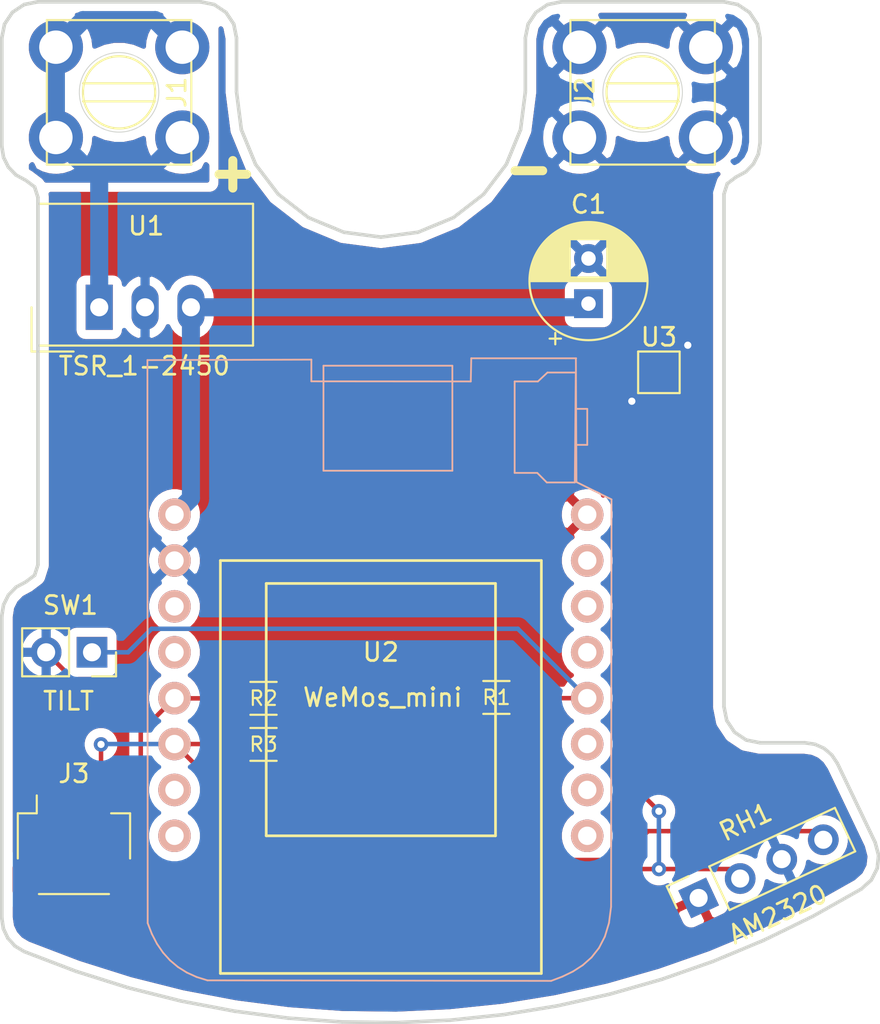
<source format=kicad_pcb>
(kicad_pcb (version 20171130) (host pcbnew "(5.1.9-0-10_14)")

  (general
    (thickness 1.6)
    (drawings 95)
    (tracks 85)
    (zones 0)
    (modules 12)
    (nets 19)
  )

  (page A4)
  (layers
    (0 F.Cu signal hide)
    (31 B.Cu signal hide)
    (32 B.Adhes user)
    (33 F.Adhes user)
    (34 B.Paste user)
    (35 F.Paste user)
    (36 B.SilkS user)
    (37 F.SilkS user)
    (38 B.Mask user)
    (39 F.Mask user)
    (40 Dwgs.User user)
    (41 Cmts.User user)
    (42 Eco1.User user)
    (43 Eco2.User user)
    (44 Edge.Cuts user)
    (45 Margin user)
    (46 B.CrtYd user)
    (47 F.CrtYd user)
    (48 B.Fab user)
    (49 F.Fab user)
  )

  (setup
    (last_trace_width 0.25)
    (user_trace_width 0.5)
    (user_trace_width 1)
    (user_trace_width 1.5)
    (trace_clearance 0.2)
    (zone_clearance 0.508)
    (zone_45_only no)
    (trace_min 0.2)
    (via_size 0.8)
    (via_drill 0.4)
    (via_min_size 0.4)
    (via_min_drill 0.3)
    (uvia_size 0.3)
    (uvia_drill 0.1)
    (uvias_allowed no)
    (uvia_min_size 0.2)
    (uvia_min_drill 0.1)
    (edge_width 0.05)
    (segment_width 0.2)
    (pcb_text_width 0.3)
    (pcb_text_size 1.5 1.5)
    (mod_edge_width 0.12)
    (mod_text_size 1 1)
    (mod_text_width 0.15)
    (pad_size 1.7 1.7)
    (pad_drill 1)
    (pad_to_mask_clearance 0)
    (aux_axis_origin 0 0)
    (visible_elements FFFFFF7F)
    (pcbplotparams
      (layerselection 0x010e0_ffffffff)
      (usegerberextensions true)
      (usegerberattributes true)
      (usegerberadvancedattributes true)
      (creategerberjobfile false)
      (excludeedgelayer true)
      (linewidth 0.100000)
      (plotframeref false)
      (viasonmask false)
      (mode 1)
      (useauxorigin false)
      (hpglpennumber 1)
      (hpglpenspeed 20)
      (hpglpendiameter 15.000000)
      (psnegative false)
      (psa4output false)
      (plotreference true)
      (plotvalue true)
      (plotinvisibletext false)
      (padsonsilk false)
      (subtractmaskfromsilk false)
      (outputformat 1)
      (mirror false)
      (drillshape 0)
      (scaleselection 1)
      (outputdirectory "gerber"))
  )

  (net 0 "")
  (net 1 GND)
  (net 2 +3V3)
  (net 3 "Net-(J1-Pad1)")
  (net 4 "Net-(R1-Pad2)")
  (net 5 "Net-(U2-Pad9)")
  (net 6 "Net-(U2-Pad10)")
  (net 7 "Net-(U2-Pad11)")
  (net 8 "Net-(U2-Pad14)")
  (net 9 "Net-(U2-Pad15)")
  (net 10 "Net-(U2-Pad7)")
  (net 11 "Net-(U2-Pad8)")
  (net 12 "Net-(U2-Pad3)")
  (net 13 "Net-(U2-Pad13)")
  (net 14 "Net-(U2-Pad4)")
  (net 15 +5V)
  (net 16 "Net-(U3-Pad5)")
  (net 17 "Net-(J3-Pad4)")
  (net 18 "Net-(J3-Pad3)")

  (net_class Default "This is the default net class."
    (clearance 0.2)
    (trace_width 0.25)
    (via_dia 0.8)
    (via_drill 0.4)
    (uvia_dia 0.3)
    (uvia_drill 0.1)
    (add_net +3V3)
    (add_net +5V)
    (add_net GND)
    (add_net "Net-(J1-Pad1)")
    (add_net "Net-(J3-Pad3)")
    (add_net "Net-(J3-Pad4)")
    (add_net "Net-(R1-Pad2)")
    (add_net "Net-(U2-Pad10)")
    (add_net "Net-(U2-Pad11)")
    (add_net "Net-(U2-Pad13)")
    (add_net "Net-(U2-Pad14)")
    (add_net "Net-(U2-Pad15)")
    (add_net "Net-(U2-Pad3)")
    (add_net "Net-(U2-Pad4)")
    (add_net "Net-(U2-Pad7)")
    (add_net "Net-(U2-Pad8)")
    (add_net "Net-(U2-Pad9)")
    (add_net "Net-(U3-Pad5)")
  )

  (net_class Mains ""
    (clearance 2)
    (trace_width 1.5)
    (via_dia 0.8)
    (via_drill 0.4)
    (uvia_dia 0.3)
    (uvia_drill 0.1)
  )

  (module Connector_JST:JST_SH_SM04B-SRSS-TB_1x04-1MP_P1.00mm_Horizontal (layer F.Cu) (tedit 5B78AD87) (tstamp 65BFE562)
    (at -17 41.7)
    (descr "JST SH series connector, SM04B-SRSS-TB (http://www.jst-mfg.com/product/pdf/eng/eSH.pdf), generated with kicad-footprint-generator")
    (tags "connector JST SH top entry")
    (path /65BFF10F)
    (attr smd)
    (fp_text reference J3 (at 0 -3.98) (layer F.SilkS)
      (effects (font (size 1 1) (thickness 0.15)))
    )
    (fp_text value VEML7700 (at 0 3.98) (layer F.Fab)
      (effects (font (size 1 1) (thickness 0.15)))
    )
    (fp_text user %R (at 0 0) (layer F.Fab)
      (effects (font (size 1 1) (thickness 0.15)))
    )
    (fp_line (start -3 -1.675) (end 3 -1.675) (layer F.Fab) (width 0.1))
    (fp_line (start -3.11 0.715) (end -3.11 -1.785) (layer F.SilkS) (width 0.12))
    (fp_line (start -3.11 -1.785) (end -2.06 -1.785) (layer F.SilkS) (width 0.12))
    (fp_line (start -2.06 -1.785) (end -2.06 -2.775) (layer F.SilkS) (width 0.12))
    (fp_line (start 3.11 0.715) (end 3.11 -1.785) (layer F.SilkS) (width 0.12))
    (fp_line (start 3.11 -1.785) (end 2.06 -1.785) (layer F.SilkS) (width 0.12))
    (fp_line (start -1.94 2.685) (end 1.94 2.685) (layer F.SilkS) (width 0.12))
    (fp_line (start -3 2.575) (end 3 2.575) (layer F.Fab) (width 0.1))
    (fp_line (start -3 -1.675) (end -3 2.575) (layer F.Fab) (width 0.1))
    (fp_line (start 3 -1.675) (end 3 2.575) (layer F.Fab) (width 0.1))
    (fp_line (start -3.9 -3.28) (end -3.9 3.28) (layer F.CrtYd) (width 0.05))
    (fp_line (start -3.9 3.28) (end 3.9 3.28) (layer F.CrtYd) (width 0.05))
    (fp_line (start 3.9 3.28) (end 3.9 -3.28) (layer F.CrtYd) (width 0.05))
    (fp_line (start 3.9 -3.28) (end -3.9 -3.28) (layer F.CrtYd) (width 0.05))
    (fp_line (start -2 -1.675) (end -1.5 -0.967893) (layer F.Fab) (width 0.1))
    (fp_line (start -1.5 -0.967893) (end -1 -1.675) (layer F.Fab) (width 0.1))
    (pad MP smd roundrect (at 2.8 1.875) (size 1.2 1.8) (layers F.Cu F.Paste F.Mask) (roundrect_rratio 0.208333))
    (pad MP smd roundrect (at -2.8 1.875) (size 1.2 1.8) (layers F.Cu F.Paste F.Mask) (roundrect_rratio 0.208333))
    (pad 4 smd roundrect (at 1.5 -2) (size 0.6 1.55) (layers F.Cu F.Paste F.Mask) (roundrect_rratio 0.25)
      (net 17 "Net-(J3-Pad4)"))
    (pad 3 smd roundrect (at 0.5 -2) (size 0.6 1.55) (layers F.Cu F.Paste F.Mask) (roundrect_rratio 0.25)
      (net 18 "Net-(J3-Pad3)"))
    (pad 2 smd roundrect (at -0.5 -2) (size 0.6 1.55) (layers F.Cu F.Paste F.Mask) (roundrect_rratio 0.25)
      (net 1 GND))
    (pad 1 smd roundrect (at -1.5 -2) (size 0.6 1.55) (layers F.Cu F.Paste F.Mask) (roundrect_rratio 0.25)
      (net 2 +3V3))
    (model ${KISYS3DMOD}/Connector_JST.3dshapes/JST_SH_SM04B-SRSS-TB_1x04-1MP_P1.00mm_Horizontal.wrl
      (at (xyz 0 0 0))
      (scale (xyz 1 1 1))
      (rotate (xyz 0 0 0))
    )
  )

  (module PDJR_ScrewTerminal:M4_OPEN_TERMINAL (layer F.Cu) (tedit 65BC00A8) (tstamp 65B5B2A1)
    (at 14.5 0 180)
    (path /65B6FD08)
    (fp_text reference J2 (at 3.2 0 90) (layer F.SilkS)
      (effects (font (size 1 1) (thickness 0.15)))
    )
    (fp_text value Screw_Terminal_01x01 (at 0 7) (layer F.SilkS) hide
      (effects (font (size 3 2) (thickness 0.4)))
    )
    (fp_circle (center 0 0) (end 2 0) (layer F.SilkS) (width 0.12))
    (fp_line (start -2 -0.5) (end 2 -0.5) (layer F.SilkS) (width 0.12))
    (fp_line (start -2 0.5) (end 2 0.5) (layer F.SilkS) (width 0.12))
    (fp_line (start -4 -4) (end 4 -4) (layer F.SilkS) (width 0.12))
    (fp_line (start 4 -4) (end 4 4) (layer F.SilkS) (width 0.12))
    (fp_line (start 4 4) (end -4 4) (layer F.SilkS) (width 0.12))
    (fp_line (start -4 4) (end -4 -4) (layer F.SilkS) (width 0.12))
    (fp_line (start -5 5) (end -5 -5) (layer F.CrtYd) (width 0.12))
    (fp_line (start -5 -5) (end 5 -5) (layer F.CrtYd) (width 0.12))
    (fp_line (start 5 -5) (end 5 5) (layer F.CrtYd) (width 0.12))
    (fp_line (start 5 5) (end -5 5) (layer F.CrtYd) (width 0.12))
    (fp_line (start -5 -5) (end 5 -5) (layer B.CrtYd) (width 0.12))
    (fp_line (start 5 -5) (end 5 5) (layer B.CrtYd) (width 0.12))
    (fp_line (start 5 5) (end -5 5) (layer B.CrtYd) (width 0.12))
    (fp_line (start -5 5) (end -5 -5) (layer B.CrtYd) (width 0.12))
    (pad 1 thru_hole circle (at -3.5 -2.5 180) (size 3 3) (drill 1.85) (layers *.Cu *.Mask)
      (net 1 GND))
    (pad 1 thru_hole circle (at -3.5 2.5 180) (size 3 3) (drill 1.85) (layers *.Cu *.Mask)
      (net 1 GND))
    (pad 1 thru_hole circle (at 3.5 -2.5 180) (size 3 3) (drill 1.85) (layers *.Cu *.Mask)
      (net 1 GND))
    (pad 1 thru_hole circle (at 3.5 2.5 180) (size 3 3) (drill 1.85) (layers *.Cu *.Mask)
      (net 1 GND))
  )

  (module PDJR_ScrewTerminal:M4_OPEN_TERMINAL (layer F.Cu) (tedit 65BC00A8) (tstamp 65B60E6D)
    (at -14.5 0)
    (path /65B6D609)
    (fp_text reference J1 (at 3.2 0 270) (layer F.SilkS)
      (effects (font (size 1 1) (thickness 0.15)))
    )
    (fp_text value Screw_Terminal_01x01 (at 0 7) (layer F.SilkS) hide
      (effects (font (size 3 2) (thickness 0.4)))
    )
    (fp_circle (center 0 0) (end 2 0) (layer F.SilkS) (width 0.12))
    (fp_line (start -2 -0.5) (end 2 -0.5) (layer F.SilkS) (width 0.12))
    (fp_line (start -2 0.5) (end 2 0.5) (layer F.SilkS) (width 0.12))
    (fp_line (start -4 -4) (end 4 -4) (layer F.SilkS) (width 0.12))
    (fp_line (start 4 -4) (end 4 4) (layer F.SilkS) (width 0.12))
    (fp_line (start 4 4) (end -4 4) (layer F.SilkS) (width 0.12))
    (fp_line (start -4 4) (end -4 -4) (layer F.SilkS) (width 0.12))
    (fp_line (start -5 5) (end -5 -5) (layer F.CrtYd) (width 0.12))
    (fp_line (start -5 -5) (end 5 -5) (layer F.CrtYd) (width 0.12))
    (fp_line (start 5 -5) (end 5 5) (layer F.CrtYd) (width 0.12))
    (fp_line (start 5 5) (end -5 5) (layer F.CrtYd) (width 0.12))
    (fp_line (start -5 -5) (end 5 -5) (layer B.CrtYd) (width 0.12))
    (fp_line (start 5 -5) (end 5 5) (layer B.CrtYd) (width 0.12))
    (fp_line (start 5 5) (end -5 5) (layer B.CrtYd) (width 0.12))
    (fp_line (start -5 5) (end -5 -5) (layer B.CrtYd) (width 0.12))
    (pad 1 thru_hole circle (at -3.5 -2.5) (size 3 3) (drill 1.85) (layers *.Cu *.Mask)
      (net 3 "Net-(J1-Pad1)"))
    (pad 1 thru_hole circle (at -3.5 2.5) (size 3 3) (drill 1.85) (layers *.Cu *.Mask)
      (net 3 "Net-(J1-Pad1)"))
    (pad 1 thru_hole circle (at 3.5 -2.5) (size 3 3) (drill 1.85) (layers *.Cu *.Mask)
      (net 3 "Net-(J1-Pad1)"))
    (pad 1 thru_hole circle (at 3.5 2.5) (size 3 3) (drill 1.85) (layers *.Cu *.Mask)
      (net 3 "Net-(J1-Pad1)"))
  )

  (module PDJR_Module:BMP581 (layer F.Cu) (tedit 65BA1541) (tstamp 65BB746D)
    (at 15.4 15.5)
    (path /65BBD5AE)
    (fp_text reference U3 (at 0 -1.95) (layer F.SilkS)
      (effects (font (size 1 1) (thickness 0.15)))
    )
    (fp_text value BMP581 (at 0 2.05) (layer F.Fab)
      (effects (font (size 1 1) (thickness 0.15)))
    )
    (fp_line (start -1 -1) (end 1 -1) (layer F.CrtYd) (width 0.12))
    (fp_line (start 1 -1) (end 1 1) (layer F.CrtYd) (width 0.12))
    (fp_line (start -1 -1) (end -1 1) (layer F.CrtYd) (width 0.12))
    (fp_line (start -1 1) (end 1 1) (layer F.CrtYd) (width 0.12))
    (fp_line (start -1.15 -1.15) (end 1.15 -1.15) (layer F.SilkS) (width 0.12))
    (fp_line (start -1.15 -1.15) (end -1.15 1.15) (layer F.SilkS) (width 0.12))
    (fp_line (start -1.15 1.15) (end 1.15 1.15) (layer F.SilkS) (width 0.12))
    (fp_line (start 1.15 1.15) (end 1.15 -1.15) (layer F.SilkS) (width 0.12))
    (pad 6 smd rect (at 0.765 0.25) (size 0.275 0.25) (layers F.Cu F.Paste F.Mask)
      (net 2 +3V3))
    (pad 7 smd rect (at 0.765 -0.25) (size 0.275 0.25) (layers F.Cu F.Paste F.Mask)
      (net 1 GND))
    (pad 2 smd rect (at -0.765 0.25) (size 0.275 0.25) (layers F.Cu F.Paste F.Mask)
      (net 17 "Net-(J3-Pad4)"))
    (pad 1 smd rect (at -0.765 -0.25) (size 0.275 0.25) (layers F.Cu F.Paste F.Mask)
      (net 2 +3V3))
    (pad 5 smd rect (at 0.5 0.7625) (size 0.25 0.275) (layers F.Cu F.Paste F.Mask)
      (net 16 "Net-(U3-Pad5)"))
    (pad 3 smd rect (at -0.5 0.7625) (size 0.25 0.275) (layers F.Cu F.Paste F.Mask)
      (net 1 GND))
    (pad 4 smd rect (at 0 0.7625) (size 0.25 0.275) (layers F.Cu F.Paste F.Mask)
      (net 18 "Net-(J3-Pad3)"))
    (pad 8 smd rect (at 0.5 -0.7625) (size 0.25 0.275) (layers F.Cu F.Paste F.Mask)
      (net 1 GND))
    (pad 10 smd rect (at -0.5 -0.7625) (size 0.25 0.275) (layers F.Cu F.Paste F.Mask)
      (net 2 +3V3))
    (pad 9 smd rect (at 0 -0.7625) (size 0.25 0.275) (layers F.Cu F.Paste F.Mask)
      (net 1 GND))
  )

  (module Connector_PinSocket_2.54mm:PinSocket_1x02_P2.54mm_Vertical (layer F.Cu) (tedit 5A19A420) (tstamp 65B631FE)
    (at -16 31 270)
    (descr "Through hole straight socket strip, 1x02, 2.54mm pitch, single row (from Kicad 4.0.7), script generated")
    (tags "Through hole socket strip THT 1x02 2.54mm single row")
    (path /65BAA916)
    (fp_text reference SW1 (at -2.6 1.2 180) (layer F.SilkS)
      (effects (font (size 1 1) (thickness 0.15)))
    )
    (fp_text value TILT (at 2.7 1.3 180) (layer F.SilkS)
      (effects (font (size 1 1) (thickness 0.15)))
    )
    (fp_line (start -1.27 -1.27) (end 0.635 -1.27) (layer F.Fab) (width 0.1))
    (fp_line (start 0.635 -1.27) (end 1.27 -0.635) (layer F.Fab) (width 0.1))
    (fp_line (start 1.27 -0.635) (end 1.27 3.81) (layer F.Fab) (width 0.1))
    (fp_line (start 1.27 3.81) (end -1.27 3.81) (layer F.Fab) (width 0.1))
    (fp_line (start -1.27 3.81) (end -1.27 -1.27) (layer F.Fab) (width 0.1))
    (fp_line (start -1.33 1.27) (end 1.33 1.27) (layer F.SilkS) (width 0.12))
    (fp_line (start -1.33 1.27) (end -1.33 3.87) (layer F.SilkS) (width 0.12))
    (fp_line (start -1.33 3.87) (end 1.33 3.87) (layer F.SilkS) (width 0.12))
    (fp_line (start 1.33 1.27) (end 1.33 3.87) (layer F.SilkS) (width 0.12))
    (fp_line (start 1.33 -1.33) (end 1.33 0) (layer F.SilkS) (width 0.12))
    (fp_line (start 0 -1.33) (end 1.33 -1.33) (layer F.SilkS) (width 0.12))
    (fp_line (start -1.8 -1.8) (end 1.75 -1.8) (layer F.CrtYd) (width 0.05))
    (fp_line (start 1.75 -1.8) (end 1.75 4.3) (layer F.CrtYd) (width 0.05))
    (fp_line (start 1.75 4.3) (end -1.8 4.3) (layer F.CrtYd) (width 0.05))
    (fp_line (start -1.8 4.3) (end -1.8 -1.8) (layer F.CrtYd) (width 0.05))
    (fp_text user %R (at 0 1.27) (layer F.Fab)
      (effects (font (size 1 1) (thickness 0.15)))
    )
    (pad 2 thru_hole oval (at 0 2.54 270) (size 1.7 1.7) (drill 1) (layers *.Cu *.Mask)
      (net 1 GND))
    (pad 1 thru_hole rect (at 0 0 270) (size 1.7 1.7) (drill 1) (layers *.Cu *.Mask)
      (net 4 "Net-(R1-Pad2)"))
    (model ${KISYS3DMOD}/Connector_PinSocket_2.54mm.3dshapes/PinSocket_1x02_P2.54mm_Vertical.wrl
      (at (xyz 0 0 0))
      (scale (xyz 1 1 1))
      (rotate (xyz 0 0 0))
    )
  )

  (module Connector_PinSocket_2.54mm:PinSocket_1x04_P2.54mm_Vertical (layer F.Cu) (tedit 5A19A429) (tstamp 65B539B0)
    (at 17.6 44.6 115)
    (descr "Through hole straight socket strip, 1x04, 2.54mm pitch, single row (from Kicad 4.0.7), script generated")
    (tags "Through hole socket strip THT 1x04 2.54mm single row")
    (path /65B8C1AB)
    (fp_text reference RH1 (at 2.707685 4.131397 205) (layer F.SilkS)
      (effects (font (size 1 1) (thickness 0.15)))
    )
    (fp_text value AM2320 (at -2.675197 3.607398 205) (layer F.SilkS)
      (effects (font (size 1 1) (thickness 0.15)))
    )
    (fp_line (start -1.8 9.4) (end -1.8 -1.8) (layer F.CrtYd) (width 0.05))
    (fp_line (start 1.75 9.4) (end -1.8 9.4) (layer F.CrtYd) (width 0.05))
    (fp_line (start 1.75 -1.8) (end 1.75 9.4) (layer F.CrtYd) (width 0.05))
    (fp_line (start -1.8 -1.8) (end 1.75 -1.8) (layer F.CrtYd) (width 0.05))
    (fp_line (start 0 -1.33) (end 1.33 -1.33) (layer F.SilkS) (width 0.12))
    (fp_line (start 1.33 -1.33) (end 1.33 0) (layer F.SilkS) (width 0.12))
    (fp_line (start 1.33 1.27) (end 1.33 8.95) (layer F.SilkS) (width 0.12))
    (fp_line (start -1.33 8.95) (end 1.33 8.95) (layer F.SilkS) (width 0.12))
    (fp_line (start -1.33 1.27) (end -1.33 8.95) (layer F.SilkS) (width 0.12))
    (fp_line (start -1.33 1.27) (end 1.33 1.27) (layer F.SilkS) (width 0.12))
    (fp_line (start -1.27 8.89) (end -1.27 -1.27) (layer F.Fab) (width 0.1))
    (fp_line (start 1.27 8.89) (end -1.27 8.89) (layer F.Fab) (width 0.1))
    (fp_line (start 1.27 -0.635) (end 1.27 8.89) (layer F.Fab) (width 0.1))
    (fp_line (start 0.635 -1.27) (end 1.27 -0.635) (layer F.Fab) (width 0.1))
    (fp_line (start -1.27 -1.27) (end 0.635 -1.27) (layer F.Fab) (width 0.1))
    (fp_text user %R (at 4.447503 3.949647 205) (layer F.Fab) hide
      (effects (font (size 1 1) (thickness 0.15)))
    )
    (pad 4 thru_hole oval (at 0 7.62 115) (size 1.7 1.7) (drill 1) (layers *.Cu *.Mask)
      (net 17 "Net-(J3-Pad4)"))
    (pad 3 thru_hole oval (at 0 5.08 115) (size 1.7 1.7) (drill 1) (layers *.Cu *.Mask)
      (net 1 GND))
    (pad 2 thru_hole oval (at 0 2.54 115) (size 1.7 1.7) (drill 1) (layers *.Cu *.Mask)
      (net 18 "Net-(J3-Pad3)"))
    (pad 1 thru_hole rect (at 0 0 115) (size 1.7 1.7) (drill 1) (layers *.Cu *.Mask)
      (net 2 +3V3))
    (model ${KISYS3DMOD}/Connector_PinSocket_2.54mm.3dshapes/PinSocket_1x04_P2.54mm_Vertical.wrl
      (at (xyz 0 0 0))
      (scale (xyz 1 1 1))
      (rotate (xyz 0 0 0))
    )
  )

  (module Converter_DCDC:Converter_DCDC_TRACO_TSR-1_THT (layer F.Cu) (tedit 59FE1FB7) (tstamp 65B539FC)
    (at -15.6 11.9)
    (descr "DCDC-Converter, TRACO, TSR 1-xxxx")
    (tags "DCDC-Converter TRACO TSR-1")
    (path /65B543AD)
    (fp_text reference U1 (at 2.6 -4.5) (layer F.SilkS)
      (effects (font (size 1 1) (thickness 0.15)))
    )
    (fp_text value TSR_1-2450 (at 2.5 3.25) (layer F.SilkS)
      (effects (font (size 1 1) (thickness 0.15)))
    )
    (fp_line (start -3.75 2.45) (end -1.42 2.45) (layer F.SilkS) (width 0.12))
    (fp_line (start -3.75 0) (end -3.75 2.45) (layer F.SilkS) (width 0.12))
    (fp_line (start -3.3 1) (end -2.3 2) (layer F.Fab) (width 0.1))
    (fp_line (start -3.3 1) (end -3.3 -5.6) (layer F.Fab) (width 0.1))
    (fp_line (start 8.4 2) (end 8.4 -5.6) (layer F.Fab) (width 0.1))
    (fp_line (start -3.3 -5.6) (end 8.4 -5.6) (layer F.Fab) (width 0.1))
    (fp_line (start -3.55 2.25) (end -3.55 -5.85) (layer F.CrtYd) (width 0.05))
    (fp_line (start 8.65 2.25) (end -3.55 2.25) (layer F.CrtYd) (width 0.05))
    (fp_line (start 8.65 -5.85) (end 8.65 2.25) (layer F.CrtYd) (width 0.05))
    (fp_line (start -3.55 -5.85) (end 8.65 -5.85) (layer F.CrtYd) (width 0.05))
    (fp_line (start 8.52 2.12) (end -3.42 2.12) (layer F.SilkS) (width 0.12))
    (fp_line (start 8.52 -5.73) (end 8.52 2.12) (layer F.SilkS) (width 0.12))
    (fp_line (start -3.42 -5.73) (end 8.52 -5.73) (layer F.SilkS) (width 0.12))
    (fp_line (start -3.42 2.12) (end -3.42 -5.73) (layer F.SilkS) (width 0.12))
    (fp_line (start -2.3 2) (end 8.4 2) (layer F.Fab) (width 0.1))
    (fp_text user %R (at 3 -3) (layer F.Fab) hide
      (effects (font (size 1 1) (thickness 0.15)))
    )
    (pad 3 thru_hole oval (at 5.08 0) (size 1.5 2.5) (drill 1) (layers *.Cu *.Mask)
      (net 15 +5V))
    (pad 2 thru_hole oval (at 2.54 0) (size 1.5 2.5) (drill 1) (layers *.Cu *.Mask)
      (net 1 GND))
    (pad 1 thru_hole rect (at 0 0) (size 1.5 2.5) (drill 1) (layers *.Cu *.Mask)
      (net 3 "Net-(J1-Pad1)"))
    (model ${KISYS3DMOD}/Converter_DCDC.3dshapes/Converter_DCDC_TRACO_TSR-1_THT.wrl
      (at (xyz 0 0 0))
      (scale (xyz 1 1 1))
      (rotate (xyz 0 0 0))
    )
  )

  (module Capacitor_THT:CP_Radial_D6.3mm_P2.50mm (layer F.Cu) (tedit 5AE50EF0) (tstamp 65B81FCE)
    (at 11.5 11.7 90)
    (descr "CP, Radial series, Radial, pin pitch=2.50mm, , diameter=6.3mm, Electrolytic Capacitor")
    (tags "CP Radial series Radial pin pitch 2.50mm  diameter 6.3mm Electrolytic Capacitor")
    (path /65B620B9)
    (fp_text reference C1 (at 5.5 0 180) (layer F.SilkS)
      (effects (font (size 1 1) (thickness 0.15)))
    )
    (fp_text value 100uF (at 1.25 4.4 90) (layer F.Fab) hide
      (effects (font (size 1 1) (thickness 0.15)))
    )
    (fp_circle (center 1.25 0) (end 4.4 0) (layer F.Fab) (width 0.1))
    (fp_circle (center 1.25 0) (end 4.52 0) (layer F.SilkS) (width 0.12))
    (fp_circle (center 1.25 0) (end 4.65 0) (layer F.CrtYd) (width 0.05))
    (fp_line (start -1.443972 -1.3735) (end -0.813972 -1.3735) (layer F.Fab) (width 0.1))
    (fp_line (start -1.128972 -1.6885) (end -1.128972 -1.0585) (layer F.Fab) (width 0.1))
    (fp_line (start 1.25 -3.23) (end 1.25 3.23) (layer F.SilkS) (width 0.12))
    (fp_line (start 1.29 -3.23) (end 1.29 3.23) (layer F.SilkS) (width 0.12))
    (fp_line (start 1.33 -3.23) (end 1.33 3.23) (layer F.SilkS) (width 0.12))
    (fp_line (start 1.37 -3.228) (end 1.37 3.228) (layer F.SilkS) (width 0.12))
    (fp_line (start 1.41 -3.227) (end 1.41 3.227) (layer F.SilkS) (width 0.12))
    (fp_line (start 1.45 -3.224) (end 1.45 3.224) (layer F.SilkS) (width 0.12))
    (fp_line (start 1.49 -3.222) (end 1.49 -1.04) (layer F.SilkS) (width 0.12))
    (fp_line (start 1.49 1.04) (end 1.49 3.222) (layer F.SilkS) (width 0.12))
    (fp_line (start 1.53 -3.218) (end 1.53 -1.04) (layer F.SilkS) (width 0.12))
    (fp_line (start 1.53 1.04) (end 1.53 3.218) (layer F.SilkS) (width 0.12))
    (fp_line (start 1.57 -3.215) (end 1.57 -1.04) (layer F.SilkS) (width 0.12))
    (fp_line (start 1.57 1.04) (end 1.57 3.215) (layer F.SilkS) (width 0.12))
    (fp_line (start 1.61 -3.211) (end 1.61 -1.04) (layer F.SilkS) (width 0.12))
    (fp_line (start 1.61 1.04) (end 1.61 3.211) (layer F.SilkS) (width 0.12))
    (fp_line (start 1.65 -3.206) (end 1.65 -1.04) (layer F.SilkS) (width 0.12))
    (fp_line (start 1.65 1.04) (end 1.65 3.206) (layer F.SilkS) (width 0.12))
    (fp_line (start 1.69 -3.201) (end 1.69 -1.04) (layer F.SilkS) (width 0.12))
    (fp_line (start 1.69 1.04) (end 1.69 3.201) (layer F.SilkS) (width 0.12))
    (fp_line (start 1.73 -3.195) (end 1.73 -1.04) (layer F.SilkS) (width 0.12))
    (fp_line (start 1.73 1.04) (end 1.73 3.195) (layer F.SilkS) (width 0.12))
    (fp_line (start 1.77 -3.189) (end 1.77 -1.04) (layer F.SilkS) (width 0.12))
    (fp_line (start 1.77 1.04) (end 1.77 3.189) (layer F.SilkS) (width 0.12))
    (fp_line (start 1.81 -3.182) (end 1.81 -1.04) (layer F.SilkS) (width 0.12))
    (fp_line (start 1.81 1.04) (end 1.81 3.182) (layer F.SilkS) (width 0.12))
    (fp_line (start 1.85 -3.175) (end 1.85 -1.04) (layer F.SilkS) (width 0.12))
    (fp_line (start 1.85 1.04) (end 1.85 3.175) (layer F.SilkS) (width 0.12))
    (fp_line (start 1.89 -3.167) (end 1.89 -1.04) (layer F.SilkS) (width 0.12))
    (fp_line (start 1.89 1.04) (end 1.89 3.167) (layer F.SilkS) (width 0.12))
    (fp_line (start 1.93 -3.159) (end 1.93 -1.04) (layer F.SilkS) (width 0.12))
    (fp_line (start 1.93 1.04) (end 1.93 3.159) (layer F.SilkS) (width 0.12))
    (fp_line (start 1.971 -3.15) (end 1.971 -1.04) (layer F.SilkS) (width 0.12))
    (fp_line (start 1.971 1.04) (end 1.971 3.15) (layer F.SilkS) (width 0.12))
    (fp_line (start 2.011 -3.141) (end 2.011 -1.04) (layer F.SilkS) (width 0.12))
    (fp_line (start 2.011 1.04) (end 2.011 3.141) (layer F.SilkS) (width 0.12))
    (fp_line (start 2.051 -3.131) (end 2.051 -1.04) (layer F.SilkS) (width 0.12))
    (fp_line (start 2.051 1.04) (end 2.051 3.131) (layer F.SilkS) (width 0.12))
    (fp_line (start 2.091 -3.121) (end 2.091 -1.04) (layer F.SilkS) (width 0.12))
    (fp_line (start 2.091 1.04) (end 2.091 3.121) (layer F.SilkS) (width 0.12))
    (fp_line (start 2.131 -3.11) (end 2.131 -1.04) (layer F.SilkS) (width 0.12))
    (fp_line (start 2.131 1.04) (end 2.131 3.11) (layer F.SilkS) (width 0.12))
    (fp_line (start 2.171 -3.098) (end 2.171 -1.04) (layer F.SilkS) (width 0.12))
    (fp_line (start 2.171 1.04) (end 2.171 3.098) (layer F.SilkS) (width 0.12))
    (fp_line (start 2.211 -3.086) (end 2.211 -1.04) (layer F.SilkS) (width 0.12))
    (fp_line (start 2.211 1.04) (end 2.211 3.086) (layer F.SilkS) (width 0.12))
    (fp_line (start 2.251 -3.074) (end 2.251 -1.04) (layer F.SilkS) (width 0.12))
    (fp_line (start 2.251 1.04) (end 2.251 3.074) (layer F.SilkS) (width 0.12))
    (fp_line (start 2.291 -3.061) (end 2.291 -1.04) (layer F.SilkS) (width 0.12))
    (fp_line (start 2.291 1.04) (end 2.291 3.061) (layer F.SilkS) (width 0.12))
    (fp_line (start 2.331 -3.047) (end 2.331 -1.04) (layer F.SilkS) (width 0.12))
    (fp_line (start 2.331 1.04) (end 2.331 3.047) (layer F.SilkS) (width 0.12))
    (fp_line (start 2.371 -3.033) (end 2.371 -1.04) (layer F.SilkS) (width 0.12))
    (fp_line (start 2.371 1.04) (end 2.371 3.033) (layer F.SilkS) (width 0.12))
    (fp_line (start 2.411 -3.018) (end 2.411 -1.04) (layer F.SilkS) (width 0.12))
    (fp_line (start 2.411 1.04) (end 2.411 3.018) (layer F.SilkS) (width 0.12))
    (fp_line (start 2.451 -3.002) (end 2.451 -1.04) (layer F.SilkS) (width 0.12))
    (fp_line (start 2.451 1.04) (end 2.451 3.002) (layer F.SilkS) (width 0.12))
    (fp_line (start 2.491 -2.986) (end 2.491 -1.04) (layer F.SilkS) (width 0.12))
    (fp_line (start 2.491 1.04) (end 2.491 2.986) (layer F.SilkS) (width 0.12))
    (fp_line (start 2.531 -2.97) (end 2.531 -1.04) (layer F.SilkS) (width 0.12))
    (fp_line (start 2.531 1.04) (end 2.531 2.97) (layer F.SilkS) (width 0.12))
    (fp_line (start 2.571 -2.952) (end 2.571 -1.04) (layer F.SilkS) (width 0.12))
    (fp_line (start 2.571 1.04) (end 2.571 2.952) (layer F.SilkS) (width 0.12))
    (fp_line (start 2.611 -2.934) (end 2.611 -1.04) (layer F.SilkS) (width 0.12))
    (fp_line (start 2.611 1.04) (end 2.611 2.934) (layer F.SilkS) (width 0.12))
    (fp_line (start 2.651 -2.916) (end 2.651 -1.04) (layer F.SilkS) (width 0.12))
    (fp_line (start 2.651 1.04) (end 2.651 2.916) (layer F.SilkS) (width 0.12))
    (fp_line (start 2.691 -2.896) (end 2.691 -1.04) (layer F.SilkS) (width 0.12))
    (fp_line (start 2.691 1.04) (end 2.691 2.896) (layer F.SilkS) (width 0.12))
    (fp_line (start 2.731 -2.876) (end 2.731 -1.04) (layer F.SilkS) (width 0.12))
    (fp_line (start 2.731 1.04) (end 2.731 2.876) (layer F.SilkS) (width 0.12))
    (fp_line (start 2.771 -2.856) (end 2.771 -1.04) (layer F.SilkS) (width 0.12))
    (fp_line (start 2.771 1.04) (end 2.771 2.856) (layer F.SilkS) (width 0.12))
    (fp_line (start 2.811 -2.834) (end 2.811 -1.04) (layer F.SilkS) (width 0.12))
    (fp_line (start 2.811 1.04) (end 2.811 2.834) (layer F.SilkS) (width 0.12))
    (fp_line (start 2.851 -2.812) (end 2.851 -1.04) (layer F.SilkS) (width 0.12))
    (fp_line (start 2.851 1.04) (end 2.851 2.812) (layer F.SilkS) (width 0.12))
    (fp_line (start 2.891 -2.79) (end 2.891 -1.04) (layer F.SilkS) (width 0.12))
    (fp_line (start 2.891 1.04) (end 2.891 2.79) (layer F.SilkS) (width 0.12))
    (fp_line (start 2.931 -2.766) (end 2.931 -1.04) (layer F.SilkS) (width 0.12))
    (fp_line (start 2.931 1.04) (end 2.931 2.766) (layer F.SilkS) (width 0.12))
    (fp_line (start 2.971 -2.742) (end 2.971 -1.04) (layer F.SilkS) (width 0.12))
    (fp_line (start 2.971 1.04) (end 2.971 2.742) (layer F.SilkS) (width 0.12))
    (fp_line (start 3.011 -2.716) (end 3.011 -1.04) (layer F.SilkS) (width 0.12))
    (fp_line (start 3.011 1.04) (end 3.011 2.716) (layer F.SilkS) (width 0.12))
    (fp_line (start 3.051 -2.69) (end 3.051 -1.04) (layer F.SilkS) (width 0.12))
    (fp_line (start 3.051 1.04) (end 3.051 2.69) (layer F.SilkS) (width 0.12))
    (fp_line (start 3.091 -2.664) (end 3.091 -1.04) (layer F.SilkS) (width 0.12))
    (fp_line (start 3.091 1.04) (end 3.091 2.664) (layer F.SilkS) (width 0.12))
    (fp_line (start 3.131 -2.636) (end 3.131 -1.04) (layer F.SilkS) (width 0.12))
    (fp_line (start 3.131 1.04) (end 3.131 2.636) (layer F.SilkS) (width 0.12))
    (fp_line (start 3.171 -2.607) (end 3.171 -1.04) (layer F.SilkS) (width 0.12))
    (fp_line (start 3.171 1.04) (end 3.171 2.607) (layer F.SilkS) (width 0.12))
    (fp_line (start 3.211 -2.578) (end 3.211 -1.04) (layer F.SilkS) (width 0.12))
    (fp_line (start 3.211 1.04) (end 3.211 2.578) (layer F.SilkS) (width 0.12))
    (fp_line (start 3.251 -2.548) (end 3.251 -1.04) (layer F.SilkS) (width 0.12))
    (fp_line (start 3.251 1.04) (end 3.251 2.548) (layer F.SilkS) (width 0.12))
    (fp_line (start 3.291 -2.516) (end 3.291 -1.04) (layer F.SilkS) (width 0.12))
    (fp_line (start 3.291 1.04) (end 3.291 2.516) (layer F.SilkS) (width 0.12))
    (fp_line (start 3.331 -2.484) (end 3.331 -1.04) (layer F.SilkS) (width 0.12))
    (fp_line (start 3.331 1.04) (end 3.331 2.484) (layer F.SilkS) (width 0.12))
    (fp_line (start 3.371 -2.45) (end 3.371 -1.04) (layer F.SilkS) (width 0.12))
    (fp_line (start 3.371 1.04) (end 3.371 2.45) (layer F.SilkS) (width 0.12))
    (fp_line (start 3.411 -2.416) (end 3.411 -1.04) (layer F.SilkS) (width 0.12))
    (fp_line (start 3.411 1.04) (end 3.411 2.416) (layer F.SilkS) (width 0.12))
    (fp_line (start 3.451 -2.38) (end 3.451 -1.04) (layer F.SilkS) (width 0.12))
    (fp_line (start 3.451 1.04) (end 3.451 2.38) (layer F.SilkS) (width 0.12))
    (fp_line (start 3.491 -2.343) (end 3.491 -1.04) (layer F.SilkS) (width 0.12))
    (fp_line (start 3.491 1.04) (end 3.491 2.343) (layer F.SilkS) (width 0.12))
    (fp_line (start 3.531 -2.305) (end 3.531 -1.04) (layer F.SilkS) (width 0.12))
    (fp_line (start 3.531 1.04) (end 3.531 2.305) (layer F.SilkS) (width 0.12))
    (fp_line (start 3.571 -2.265) (end 3.571 2.265) (layer F.SilkS) (width 0.12))
    (fp_line (start 3.611 -2.224) (end 3.611 2.224) (layer F.SilkS) (width 0.12))
    (fp_line (start 3.651 -2.182) (end 3.651 2.182) (layer F.SilkS) (width 0.12))
    (fp_line (start 3.691 -2.137) (end 3.691 2.137) (layer F.SilkS) (width 0.12))
    (fp_line (start 3.731 -2.092) (end 3.731 2.092) (layer F.SilkS) (width 0.12))
    (fp_line (start 3.771 -2.044) (end 3.771 2.044) (layer F.SilkS) (width 0.12))
    (fp_line (start 3.811 -1.995) (end 3.811 1.995) (layer F.SilkS) (width 0.12))
    (fp_line (start 3.851 -1.944) (end 3.851 1.944) (layer F.SilkS) (width 0.12))
    (fp_line (start 3.891 -1.89) (end 3.891 1.89) (layer F.SilkS) (width 0.12))
    (fp_line (start 3.931 -1.834) (end 3.931 1.834) (layer F.SilkS) (width 0.12))
    (fp_line (start 3.971 -1.776) (end 3.971 1.776) (layer F.SilkS) (width 0.12))
    (fp_line (start 4.011 -1.714) (end 4.011 1.714) (layer F.SilkS) (width 0.12))
    (fp_line (start 4.051 -1.65) (end 4.051 1.65) (layer F.SilkS) (width 0.12))
    (fp_line (start 4.091 -1.581) (end 4.091 1.581) (layer F.SilkS) (width 0.12))
    (fp_line (start 4.131 -1.509) (end 4.131 1.509) (layer F.SilkS) (width 0.12))
    (fp_line (start 4.171 -1.432) (end 4.171 1.432) (layer F.SilkS) (width 0.12))
    (fp_line (start 4.211 -1.35) (end 4.211 1.35) (layer F.SilkS) (width 0.12))
    (fp_line (start 4.251 -1.262) (end 4.251 1.262) (layer F.SilkS) (width 0.12))
    (fp_line (start 4.291 -1.165) (end 4.291 1.165) (layer F.SilkS) (width 0.12))
    (fp_line (start 4.331 -1.059) (end 4.331 1.059) (layer F.SilkS) (width 0.12))
    (fp_line (start 4.371 -0.94) (end 4.371 0.94) (layer F.SilkS) (width 0.12))
    (fp_line (start 4.411 -0.802) (end 4.411 0.802) (layer F.SilkS) (width 0.12))
    (fp_line (start 4.451 -0.633) (end 4.451 0.633) (layer F.SilkS) (width 0.12))
    (fp_line (start 4.491 -0.402) (end 4.491 0.402) (layer F.SilkS) (width 0.12))
    (fp_line (start -2.250241 -1.839) (end -1.620241 -1.839) (layer F.SilkS) (width 0.12))
    (fp_line (start -1.935241 -2.154) (end -1.935241 -1.524) (layer F.SilkS) (width 0.12))
    (fp_text user %R (at 1.25 0 90) (layer F.Fab)
      (effects (font (size 1 1) (thickness 0.15)))
    )
    (pad 2 thru_hole circle (at 2.5 0 90) (size 1.6 1.6) (drill 0.8) (layers *.Cu *.Mask)
      (net 1 GND))
    (pad 1 thru_hole rect (at 0 0 90) (size 1.6 1.6) (drill 0.8) (layers *.Cu *.Mask)
      (net 15 +5V))
    (model ${KISYS3DMOD}/Capacitor_THT.3dshapes/CP_Radial_D6.3mm_P2.50mm.wrl
      (at (xyz 0 0 0))
      (scale (xyz 1 1 1))
      (rotate (xyz 0 0 0))
    )
  )

  (module PDJR_Module:Wemos_D1_mini (layer B.Cu) (tedit 65B42AFE) (tstamp 65B4660A)
    (at 0 31)
    (path /65B6AA7D)
    (fp_text reference U2 (at 0 0) (layer F.SilkS)
      (effects (font (size 1 1) (thickness 0.15)))
    )
    (fp_text value WeMos_mini (at 0.1 2.5) (layer F.SilkS)
      (effects (font (size 1 1) (thickness 0.15)))
    )
    (fp_line (start 11.431517 -13.476932) (end 10.814156 -13.476932) (layer B.SilkS) (width 0.1))
    (fp_line (start 11.431517 -11.483738) (end 11.431517 -13.476932) (layer B.SilkS) (width 0.1))
    (fp_line (start 10.778878 -11.483738) (end 11.431517 -11.483738) (layer B.SilkS) (width 0.1))
    (fp_line (start 10.796517 -15.487765) (end 10.7436 -9.402349) (layer B.SilkS) (width 0.1))
    (fp_line (start 9.226656 -15.487765) (end 10.796517 -15.487765) (layer B.SilkS) (width 0.1))
    (fp_line (start 8.697489 -14.993876) (end 9.226656 -15.487765) (layer B.SilkS) (width 0.1))
    (fp_line (start 7.40985 -14.993876) (end 8.697489 -14.993876) (layer B.SilkS) (width 0.1))
    (fp_line (start 7.40985 -9.931515) (end 7.40985 -14.993876) (layer B.SilkS) (width 0.1))
    (fp_line (start 8.662211 -9.931515) (end 7.40985 -9.931515) (layer B.SilkS) (width 0.1))
    (fp_line (start 9.191378 -9.402349) (end 8.662211 -9.931515) (layer B.SilkS) (width 0.1))
    (fp_line (start 10.7436 -9.402349) (end 9.191378 -9.402349) (layer B.SilkS) (width 0.1))
    (fp_line (start -3.17965 -15.865188) (end -3.17965 -10.051451) (layer B.SilkS) (width 0.1))
    (fp_line (start 3.959931 -15.865188) (end -3.17965 -15.865188) (layer B.SilkS) (width 0.1))
    (fp_line (start 3.959931 -10.051451) (end 3.959931 -15.865188) (layer B.SilkS) (width 0.1))
    (fp_line (start -3.17965 -10.051451) (end 3.959931 -10.051451) (layer B.SilkS) (width 0.1))
    (fp_line (start 10.83248 -9.424181) (end 10.802686 -16.232524) (layer B.SilkS) (width 0.1))
    (fp_line (start 12.776026 -8.463285) (end 10.83248 -9.424181) (layer B.SilkS) (width 0.1))
    (fp_line (start 12.751078 14.091807) (end 12.776026 -8.463285) (layer B.SilkS) (width 0.1))
    (fp_line (start 12.635482 14.984575) (end 12.751078 14.091807) (layer B.SilkS) (width 0.1))
    (fp_line (start 12.407122 15.739613) (end 12.635482 14.984575) (layer B.SilkS) (width 0.1))
    (fp_line (start 12.079595 16.37146) (end 12.407122 15.739613) (layer B.SilkS) (width 0.1))
    (fp_line (start 11.666503 16.894658) (end 12.079595 16.37146) (layer B.SilkS) (width 0.1))
    (fp_line (start 11.181445 17.323743) (end 11.666503 16.894658) (layer B.SilkS) (width 0.1))
    (fp_line (start 10.638018 17.673258) (end 11.181445 17.323743) (layer B.SilkS) (width 0.1))
    (fp_line (start 10.049824 17.957741) (end 10.638018 17.673258) (layer B.SilkS) (width 0.1))
    (fp_line (start 9.43046 18.191734) (end 10.049824 17.957741) (layer B.SilkS) (width 0.1))
    (fp_line (start -9.607453 18.162976) (end 9.43046 18.191734) (layer B.SilkS) (width 0.1))
    (fp_line (start -10.20525 17.97731) (end -9.607453 18.162976) (layer B.SilkS) (width 0.1))
    (fp_line (start -10.74944 17.730377) (end -10.20525 17.97731) (layer B.SilkS) (width 0.1))
    (fp_line (start -11.240512 17.422741) (end -10.74944 17.730377) (layer B.SilkS) (width 0.1))
    (fp_line (start -11.678953 17.054952) (end -11.240512 17.422741) (layer B.SilkS) (width 0.1))
    (fp_line (start -12.065253 16.627577) (end -11.678953 17.054952) (layer B.SilkS) (width 0.1))
    (fp_line (start -12.399901 16.141167) (end -12.065253 16.627577) (layer B.SilkS) (width 0.1))
    (fp_line (start -12.683384 15.596286) (end -12.399901 16.141167) (layer B.SilkS) (width 0.1))
    (fp_line (start -12.916195 14.993493) (end -12.683384 15.596286) (layer B.SilkS) (width 0.1))
    (fp_line (start -12.930193 -16.176658) (end -12.916195 14.993493) (layer B.SilkS) (width 0.1))
    (fp_line (start -3.849397 -16.202736) (end -12.930193 -16.176658) (layer B.SilkS) (width 0.1))
    (fp_line (start -3.851373 -15.000483) (end -3.849397 -16.202736) (layer B.SilkS) (width 0.1))
    (fp_line (start 4.979849 -14.993795) (end -3.851373 -15.000483) (layer B.SilkS) (width 0.1))
    (fp_line (start 5.00618 -16.277228) (end 4.979849 -14.993795) (layer B.SilkS) (width 0.1))
    (fp_line (start 10.817472 -16.277228) (end 5.00618 -16.277228) (layer B.SilkS) (width 0.1))
    (fp_line (start -8.89 17.78) (end -8.89 -5.08) (layer F.SilkS) (width 0.15))
    (fp_line (start 8.89 17.78) (end -8.89 17.78) (layer F.SilkS) (width 0.15))
    (fp_line (start 8.89 -5.08) (end 8.89 17.78) (layer F.SilkS) (width 0.15))
    (fp_line (start -8.89 -5.08) (end 8.89 -5.08) (layer F.SilkS) (width 0.15))
    (fp_line (start 6.35 -3.81) (end -6.35 -3.81) (layer F.SilkS) (width 0.15))
    (fp_line (start 6.35 10.16) (end 6.35 -3.81) (layer F.SilkS) (width 0.15))
    (fp_line (start -6.35 10.16) (end 6.35 10.16) (layer F.SilkS) (width 0.15))
    (fp_line (start -6.35 -3.81) (end -6.35 10.16) (layer F.SilkS) (width 0.15))
    (fp_text user WeMos (at 0 15.24) (layer B.SilkS) hide
      (effects (font (size 3 3) (thickness 0.15)) (justify mirror))
    )
    (pad 9 thru_hole circle (at 11.43 10.16) (size 1.8 1.8) (drill 1.016) (layers *.Cu *.Mask B.SilkS)
      (net 5 "Net-(U2-Pad9)"))
    (pad 10 thru_hole circle (at 11.43 7.62) (size 1.8 1.8) (drill 1.016) (layers *.Cu *.Mask B.SilkS)
      (net 6 "Net-(U2-Pad10)"))
    (pad 11 thru_hole circle (at 11.43 5.08) (size 1.8 1.8) (drill 1.016) (layers *.Cu *.Mask B.SilkS)
      (net 7 "Net-(U2-Pad11)"))
    (pad 12 thru_hole circle (at 11.43 2.54) (size 1.8 1.8) (drill 1.016) (layers *.Cu *.Mask B.SilkS)
      (net 4 "Net-(R1-Pad2)"))
    (pad 13 thru_hole circle (at 11.43 0) (size 1.8 1.8) (drill 1.016) (layers *.Cu *.Mask B.SilkS)
      (net 13 "Net-(U2-Pad13)"))
    (pad 14 thru_hole circle (at 11.43 -2.54) (size 1.8 1.8) (drill 1.016) (layers *.Cu *.Mask B.SilkS)
      (net 8 "Net-(U2-Pad14)"))
    (pad 15 thru_hole circle (at 11.43 -5.08) (size 1.8 1.8) (drill 1.016) (layers *.Cu *.Mask B.SilkS)
      (net 9 "Net-(U2-Pad15)"))
    (pad 16 thru_hole circle (at 11.43 -7.62) (size 1.8 1.8) (drill 1.016) (layers *.Cu *.Mask B.SilkS)
      (net 2 +3V3))
    (pad 1 thru_hole circle (at -11.43 -7.62) (size 1.8 1.8) (drill 1.016) (layers *.Cu *.Mask B.SilkS)
      (net 15 +5V))
    (pad 2 thru_hole circle (at -11.43 -5.08) (size 1.8 1.8) (drill 1.016) (layers *.Cu *.Mask B.SilkS)
      (net 1 GND))
    (pad 3 thru_hole circle (at -11.43 -2.54) (size 1.8 1.8) (drill 1.016) (layers *.Cu *.Mask B.SilkS)
      (net 12 "Net-(U2-Pad3)"))
    (pad 4 thru_hole circle (at -11.43 0) (size 1.8 1.8) (drill 1.016) (layers *.Cu *.Mask B.SilkS)
      (net 14 "Net-(U2-Pad4)"))
    (pad 5 thru_hole circle (at -11.43 2.54) (size 1.8 1.8) (drill 1.016) (layers *.Cu *.Mask B.SilkS)
      (net 18 "Net-(J3-Pad3)"))
    (pad 6 thru_hole circle (at -11.43 5.08) (size 1.8 1.8) (drill 1.016) (layers *.Cu *.Mask B.SilkS)
      (net 17 "Net-(J3-Pad4)"))
    (pad 7 thru_hole circle (at -11.43 7.62) (size 1.8 1.8) (drill 1.016) (layers *.Cu *.Mask B.SilkS)
      (net 10 "Net-(U2-Pad7)"))
    (pad 8 thru_hole circle (at -11.43 10.16) (size 1.8 1.8) (drill 1.016) (layers *.Cu *.Mask B.SilkS)
      (net 11 "Net-(U2-Pad8)"))
  )

  (module Resistor_SMD:R_1206_3216Metric_Pad1.30x1.75mm_HandSolder (layer F.Cu) (tedit 5F68FEEE) (tstamp 65B53CC9)
    (at -6.5 36.1 180)
    (descr "Resistor SMD 1206 (3216 Metric), square (rectangular) end terminal, IPC_7351 nominal with elongated pad for handsoldering. (Body size source: IPC-SM-782 page 72, https://www.pcb-3d.com/wordpress/wp-content/uploads/ipc-sm-782a_amendment_1_and_2.pdf), generated with kicad-footprint-generator")
    (tags "resistor handsolder")
    (path /65B74C88)
    (attr smd)
    (fp_text reference R3 (at 8.25 -5.12 180) (layer F.SilkS) hide
      (effects (font (size 1 0.7) (thickness 0.15)))
    )
    (fp_text value 4K8 (at 0 1.82 180) (layer F.Fab) hide
      (effects (font (size 1 1) (thickness 0.15)))
    )
    (fp_line (start -1.6 0.8) (end -1.6 -0.8) (layer F.Fab) (width 0.1))
    (fp_line (start -1.6 -0.8) (end 1.6 -0.8) (layer F.Fab) (width 0.1))
    (fp_line (start 1.6 -0.8) (end 1.6 0.8) (layer F.Fab) (width 0.1))
    (fp_line (start 1.6 0.8) (end -1.6 0.8) (layer F.Fab) (width 0.1))
    (fp_line (start -0.727064 -0.91) (end 0.727064 -0.91) (layer F.SilkS) (width 0.12))
    (fp_line (start -0.727064 0.91) (end 0.727064 0.91) (layer F.SilkS) (width 0.12))
    (fp_line (start -2.45 1.12) (end -2.45 -1.12) (layer F.CrtYd) (width 0.05))
    (fp_line (start -2.45 -1.12) (end 2.45 -1.12) (layer F.CrtYd) (width 0.05))
    (fp_line (start 2.45 -1.12) (end 2.45 1.12) (layer F.CrtYd) (width 0.05))
    (fp_line (start 2.45 1.12) (end -2.45 1.12) (layer F.CrtYd) (width 0.05))
    (fp_text user %R (at 0 0 180) (layer F.SilkS)
      (effects (font (size 0.8 0.8) (thickness 0.12)))
    )
    (pad 2 smd roundrect (at 1.55 0 180) (size 1.3 1.75) (layers F.Cu F.Paste F.Mask) (roundrect_rratio 0.1923076923076923)
      (net 17 "Net-(J3-Pad4)"))
    (pad 1 smd roundrect (at -1.55 0 180) (size 1.3 1.75) (layers F.Cu F.Paste F.Mask) (roundrect_rratio 0.1923076923076923)
      (net 2 +3V3))
    (model ${KISYS3DMOD}/Resistor_SMD.3dshapes/R_1206_3216Metric.wrl
      (at (xyz 0 0 0))
      (scale (xyz 1 1 1))
      (rotate (xyz 0 0 0))
    )
  )

  (module Resistor_SMD:R_1206_3216Metric_Pad1.30x1.75mm_HandSolder (layer F.Cu) (tedit 5F68FEEE) (tstamp 65B7D5D9)
    (at -6.5 33.55 180)
    (descr "Resistor SMD 1206 (3216 Metric), square (rectangular) end terminal, IPC_7351 nominal with elongated pad for handsoldering. (Body size source: IPC-SM-782 page 72, https://www.pcb-3d.com/wordpress/wp-content/uploads/ipc-sm-782a_amendment_1_and_2.pdf), generated with kicad-footprint-generator")
    (tags "resistor handsolder")
    (path /65B746A2)
    (attr smd)
    (fp_text reference R2 (at 0 -1.82 180) (layer F.SilkS) hide
      (effects (font (size 1 1) (thickness 0.15)))
    )
    (fp_text value 4K8 (at 0 1.82 180) (layer F.Fab) hide
      (effects (font (size 1 1) (thickness 0.15)))
    )
    (fp_line (start -1.6 0.8) (end -1.6 -0.8) (layer F.Fab) (width 0.1))
    (fp_line (start -1.6 -0.8) (end 1.6 -0.8) (layer F.Fab) (width 0.1))
    (fp_line (start 1.6 -0.8) (end 1.6 0.8) (layer F.Fab) (width 0.1))
    (fp_line (start 1.6 0.8) (end -1.6 0.8) (layer F.Fab) (width 0.1))
    (fp_line (start -0.727064 -0.91) (end 0.727064 -0.91) (layer F.SilkS) (width 0.12))
    (fp_line (start -0.727064 0.91) (end 0.727064 0.91) (layer F.SilkS) (width 0.12))
    (fp_line (start -2.45 1.12) (end -2.45 -1.12) (layer F.CrtYd) (width 0.05))
    (fp_line (start -2.45 -1.12) (end 2.45 -1.12) (layer F.CrtYd) (width 0.05))
    (fp_line (start 2.45 -1.12) (end 2.45 1.12) (layer F.CrtYd) (width 0.05))
    (fp_line (start 2.45 1.12) (end -2.45 1.12) (layer F.CrtYd) (width 0.05))
    (fp_text user %R (at 0 0 180) (layer F.SilkS)
      (effects (font (size 0.8 0.8) (thickness 0.12)))
    )
    (pad 2 smd roundrect (at 1.55 0 180) (size 1.3 1.75) (layers F.Cu F.Paste F.Mask) (roundrect_rratio 0.1923076923076923)
      (net 18 "Net-(J3-Pad3)"))
    (pad 1 smd roundrect (at -1.55 0 180) (size 1.3 1.75) (layers F.Cu F.Paste F.Mask) (roundrect_rratio 0.1923076923076923)
      (net 2 +3V3))
    (model ${KISYS3DMOD}/Resistor_SMD.3dshapes/R_1206_3216Metric.wrl
      (at (xyz 0 0 0))
      (scale (xyz 1 1 1))
      (rotate (xyz 0 0 0))
    )
  )

  (module Resistor_SMD:R_1206_3216Metric_Pad1.30x1.75mm_HandSolder (layer F.Cu) (tedit 5F68FEEE) (tstamp 65B56348)
    (at 6.4 33.5)
    (descr "Resistor SMD 1206 (3216 Metric), square (rectangular) end terminal, IPC_7351 nominal with elongated pad for handsoldering. (Body size source: IPC-SM-782 page 72, https://www.pcb-3d.com/wordpress/wp-content/uploads/ipc-sm-782a_amendment_1_and_2.pdf), generated with kicad-footprint-generator")
    (tags "resistor handsolder")
    (path /65B3CE90)
    (attr smd)
    (fp_text reference R1 (at 0 -1.82) (layer F.SilkS) hide
      (effects (font (size 1 1) (thickness 0.15)))
    )
    (fp_text value 4K8 (at 0 1.82) (layer F.Fab) hide
      (effects (font (size 1 1) (thickness 0.15)))
    )
    (fp_line (start -1.6 0.8) (end -1.6 -0.8) (layer F.Fab) (width 0.1))
    (fp_line (start -1.6 -0.8) (end 1.6 -0.8) (layer F.Fab) (width 0.1))
    (fp_line (start 1.6 -0.8) (end 1.6 0.8) (layer F.Fab) (width 0.1))
    (fp_line (start 1.6 0.8) (end -1.6 0.8) (layer F.Fab) (width 0.1))
    (fp_line (start -0.727064 -0.91) (end 0.727064 -0.91) (layer F.SilkS) (width 0.12))
    (fp_line (start -0.727064 0.91) (end 0.727064 0.91) (layer F.SilkS) (width 0.12))
    (fp_line (start -2.45 1.12) (end -2.45 -1.12) (layer F.CrtYd) (width 0.05))
    (fp_line (start -2.45 -1.12) (end 2.45 -1.12) (layer F.CrtYd) (width 0.05))
    (fp_line (start 2.45 -1.12) (end 2.45 1.12) (layer F.CrtYd) (width 0.05))
    (fp_line (start 2.45 1.12) (end -2.45 1.12) (layer F.CrtYd) (width 0.05))
    (fp_text user %R (at 0 0) (layer F.SilkS)
      (effects (font (size 0.8 0.8) (thickness 0.12)))
    )
    (pad 2 smd roundrect (at 1.55 0) (size 1.3 1.75) (layers F.Cu F.Paste F.Mask) (roundrect_rratio 0.1923076923076923)
      (net 4 "Net-(R1-Pad2)"))
    (pad 1 smd roundrect (at -1.55 0) (size 1.3 1.75) (layers F.Cu F.Paste F.Mask) (roundrect_rratio 0.1923076923076923)
      (net 2 +3V3))
    (model ${KISYS3DMOD}/Resistor_SMD.3dshapes/R_1206_3216Metric.wrl
      (at (xyz 0 0 0))
      (scale (xyz 1 1 1))
      (rotate (xyz 0 0 0))
    )
  )

  (gr_circle (center 14.5 0) (end 16.7 0.1) (layer Edge.Cuts) (width 0.05))
  (gr_circle (center -14.5 0) (end -12.3 0.1) (layer Edge.Cuts) (width 0.05))
  (gr_line (start 6.948142 3.9865) (end 5.690146 5.641889) (layer Edge.Cuts) (width 0.2))
  (gr_line (start 7.737421 2.062985) (end 6.948142 3.9865) (layer Edge.Cuts) (width 0.2))
  (gr_line (start 8.00388 -0.034075) (end 7.737421 2.062985) (layer Edge.Cuts) (width 0.2))
  (gr_line (start 8.00388 -3.012465) (end 8.00388 -0.034075) (layer Edge.Cuts) (width 0.2))
  (gr_line (start 8.156121 -3.777832) (end 8.00388 -3.012465) (layer Edge.Cuts) (width 0.2))
  (gr_line (start 8.589666 -4.426679) (end 8.156121 -3.777832) (layer Edge.Cuts) (width 0.2))
  (gr_line (start -18.99596 26.159135) (end -19.179467 26.736481) (layer Edge.Cuts) (width 0.2))
  (gr_line (start -11.068649 50.306834) (end -8.108467 50.868253) (layer Edge.Cuts) (width 0.2))
  (gr_line (start -14.003061 49.569659) (end -11.068649 50.306834) (layer Edge.Cuts) (width 0.2))
  (gr_line (start -19.66263 27.101935) (end -20.208076 27.39656) (layer Edge.Cuts) (width 0.2))
  (gr_line (start -16.903969 48.656152) (end -14.003061 49.569659) (layer Edge.Cuts) (width 0.2))
  (gr_line (start -19.76364 47.565735) (end -16.903969 48.656152) (layer Edge.Cuts) (width 0.2))
  (gr_line (start -9.99582 -5.012466) (end -9.99582 -5.012466) (layer Edge.Cuts) (width 0.2))
  (gr_line (start -20.20808 4.578526) (end -19.66263 4.873155) (layer Edge.Cuts) (width 0.2))
  (gr_line (start -9.230453 -4.860225) (end -9.99582 -5.012466) (layer Edge.Cuts) (width 0.2))
  (gr_line (start -8.581606 -4.426679) (end -9.230453 -4.860225) (layer Edge.Cuts) (width 0.2))
  (gr_line (start -8.148061 -3.777832) (end -8.581606 -4.426679) (layer Edge.Cuts) (width 0.2))
  (gr_line (start -20.99596 28.987535) (end -20.99596 45.718935) (layer Edge.Cuts) (width 0.2))
  (gr_line (start -20.899996 28.375076) (end -20.99596 28.987535) (layer Edge.Cuts) (width 0.2))
  (gr_line (start 19.00408 5.633835) (end 19.187562 5.056511) (layer Edge.Cuts) (width 0.2))
  (gr_line (start 19.00408 34.010635) (end 19.00408 5.633835) (layer Edge.Cuts) (width 0.2))
  (gr_line (start 19.156321 34.776002) (end 19.00408 34.010635) (layer Edge.Cuts) (width 0.2))
  (gr_line (start -20.628949 27.832846) (end -20.899996 28.375076) (layer Edge.Cuts) (width 0.2))
  (gr_line (start -20.208076 27.39656) (end -20.628949 27.832846) (layer Edge.Cuts) (width 0.2))
  (gr_line (start -7.99582 -3.012465) (end -8.148061 -3.777832) (layer Edge.Cuts) (width 0.2))
  (gr_line (start -7.99582 -0.035515) (end -7.99582 -3.012465) (layer Edge.Cuts) (width 0.2))
  (gr_line (start -7.729738 2.061593) (end -7.99582 -0.035515) (layer Edge.Cuts) (width 0.2))
  (gr_line (start 9.238513 -4.860225) (end 8.589666 -4.426679) (layer Edge.Cuts) (width 0.2))
  (gr_line (start 10.00388 -5.012466) (end 9.238513 -4.860225) (layer Edge.Cuts) (width 0.2))
  (gr_line (start 19.00408 -5.012466) (end 10.00388 -5.012466) (layer Edge.Cuts) (width 0.2))
  (gr_line (start 19.769447 -4.860225) (end 19.00408 -5.012466) (layer Edge.Cuts) (width 0.2))
  (gr_line (start 20.418294 -4.426679) (end 19.769447 -4.860225) (layer Edge.Cuts) (width 0.2))
  (gr_line (start -20.410174 -4.426679) (end -20.843719 -3.777832) (layer Edge.Cuts) (width 0.2))
  (gr_line (start 20.851839 -3.777832) (end 20.418294 -4.426679) (layer Edge.Cuts) (width 0.2))
  (gr_line (start 21.00408 -3.012465) (end 20.851839 -3.777832) (layer Edge.Cuts) (width 0.2))
  (gr_line (start 21.00408 2.805425) (end 21.00408 -3.012465) (layer Edge.Cuts) (width 0.2))
  (gr_line (start 20.908109 3.417901) (end 21.00408 2.805425) (layer Edge.Cuts) (width 0.2))
  (gr_line (start 19.589866 35.424849) (end 19.156321 34.776002) (layer Edge.Cuts) (width 0.2))
  (gr_line (start 20.238713 35.858394) (end 19.589866 35.424849) (layer Edge.Cuts) (width 0.2))
  (gr_line (start 21.00408 36.010635) (end 20.238713 35.858394) (layer Edge.Cuts) (width 0.2))
  (gr_line (start 23.47938 36.010635) (end 21.00408 36.010635) (layer Edge.Cuts) (width 0.2))
  (gr_line (start 24.039504 36.090591) (end 23.47938 36.010635) (layer Edge.Cuts) (width 0.2))
  (gr_line (start 24.545744 36.318617) (end 24.039504 36.090591) (layer Edge.Cuts) (width 0.2))
  (gr_line (start 24.969877 36.676927) (end 24.545744 36.318617) (layer Edge.Cuts) (width 0.2))
  (gr_line (start 25.28368 37.147735) (end 24.969877 36.676927) (layer Edge.Cuts) (width 0.2))
  (gr_line (start 20.637046 3.960142) (end 20.908109 3.417901) (layer Edge.Cuts) (width 0.2))
  (gr_line (start 20.216151 4.396429) (end 20.637046 3.960142) (layer Edge.Cuts) (width 0.2))
  (gr_line (start 19.67068 4.691045) (end 20.216151 4.396429) (layer Edge.Cuts) (width 0.2))
  (gr_line (start 19.187562 5.056511) (end 19.67068 4.691045) (layer Edge.Cuts) (width 0.2))
  (gr_line (start -18.99596 5.815935) (end -18.99596 26.159135) (layer Edge.Cuts) (width 0.2))
  (gr_line (start 27.37998 41.530935) (end 25.28368 37.147735) (layer Edge.Cuts) (width 0.2))
  (gr_line (start 27.570923 42.250443) (end 27.37998 41.530935) (layer Edge.Cuts) (width 0.2))
  (gr_line (start 27.491681 42.967517) (end 27.570923 42.250443) (layer Edge.Cuts) (width 0.2))
  (gr_line (start 27.163814 43.610149) (end 27.491681 42.967517) (layer Edge.Cuts) (width 0.2))
  (gr_line (start 26.60888 44.106335) (end 27.163814 43.610149) (layer Edge.Cuts) (width 0.2))
  (gr_line (start 23.942652 45.608985) (end 26.60888 44.106335) (layer Edge.Cuts) (width 0.2))
  (gr_line (start 21.209395 46.942802) (end 23.942652 45.608985) (layer Edge.Cuts) (width 0.2))
  (gr_line (start 18.416841 48.10721) (end 21.209395 46.942802) (layer Edge.Cuts) (width 0.2))
  (gr_line (start 15.572725 49.101631) (end 18.416841 48.10721) (layer Edge.Cuts) (width 0.2))
  (gr_line (start 12.68478 49.925488) (end 15.572725 49.101631) (layer Edge.Cuts) (width 0.2))
  (gr_line (start 9.760738 50.578205) (end 12.68478 49.925488) (layer Edge.Cuts) (width 0.2))
  (gr_line (start 6.808333 51.059205) (end 9.760738 50.578205) (layer Edge.Cuts) (width 0.2))
  (gr_line (start 3.835299 51.367911) (end 6.808333 51.059205) (layer Edge.Cuts) (width 0.2))
  (gr_line (start 0.849369 51.503745) (end 3.835299 51.367911) (layer Edge.Cuts) (width 0.2))
  (gr_line (start -2.141725 51.466132) (end 0.849369 51.503745) (layer Edge.Cuts) (width 0.2))
  (gr_line (start -5.130247 51.254493) (end -2.141725 51.466132) (layer Edge.Cuts) (width 0.2))
  (gr_line (start -8.108467 50.868253) (end -5.130247 51.254493) (layer Edge.Cuts) (width 0.2))
  (gr_line (start -6.940805 3.98525) (end -7.729738 2.061593) (layer Edge.Cuts) (width 0.2))
  (gr_line (start -5.683107 5.640866) (end -6.940805 3.98525) (layer Edge.Cuts) (width 0.2))
  (gr_line (start -4.010729 6.933853) (end -5.683107 5.640866) (layer Edge.Cuts) (width 0.2))
  (gr_line (start -2.058216 7.74401) (end -4.010729 6.933853) (layer Edge.Cuts) (width 0.2))
  (gr_line (start 0.003306 8.014189) (end -2.058216 7.74401) (layer Edge.Cuts) (width 0.2))
  (gr_line (start 2.064876 7.744381) (end 0.003306 8.014189) (layer Edge.Cuts) (width 0.2))
  (gr_line (start 4.017535 6.934575) (end 2.064876 7.744381) (layer Edge.Cuts) (width 0.2))
  (gr_line (start 5.690146 5.641889) (end 4.017535 6.934575) (layer Edge.Cuts) (width 0.2))
  (gr_line (start -19.761327 -4.860225) (end -20.410174 -4.426679) (layer Edge.Cuts) (width 0.2))
  (gr_line (start -9.99582 -5.012466) (end -18.99596 -5.012466) (layer Edge.Cuts) (width 0.2))
  (gr_line (start -18.99596 -5.012466) (end -19.761327 -4.860225) (layer Edge.Cuts) (width 0.2))
  (gr_line (start -19.179473 5.238601) (end -18.99596 5.815935) (layer Edge.Cuts) (width 0.2))
  (gr_line (start -20.99596 2.987535) (end -20.9 3.6) (layer Edge.Cuts) (width 0.2))
  (gr_line (start -20.843719 -3.777832) (end -20.99596 -3.012465) (layer Edge.Cuts) (width 0.2))
  (gr_line (start -19.179467 26.736481) (end -19.66263 27.101935) (layer Edge.Cuts) (width 0.2))
  (gr_line (start -20.628955 4.142236) (end -20.20808 4.578526) (layer Edge.Cuts) (width 0.2))
  (gr_line (start -19.66263 4.873155) (end -19.179473 5.238601) (layer Edge.Cuts) (width 0.2))
  (gr_line (start -20.99596 -3.012465) (end -20.99596 2.987535) (layer Edge.Cuts) (width 0.2))
  (gr_line (start -20.270959 47.259956) (end -19.76364 47.565735) (layer Edge.Cuts) (width 0.2))
  (gr_line (start -20.659595 46.829035) (end -20.270959 47.259956) (layer Edge.Cuts) (width 0.2))
  (gr_line (start -20.908333 46.304764) (end -20.659595 46.829035) (layer Edge.Cuts) (width 0.2))
  (gr_line (start -20.99596 45.718935) (end -20.908333 46.304764) (layer Edge.Cuts) (width 0.2))
  (gr_line (start -20.9 3.6) (end -20.628955 4.142236) (layer Edge.Cuts) (width 0.2))
  (gr_line (start 17.6 44.6) (end 24.5 41.3) (layer Dwgs.User) (width 0.15))
  (gr_text - (at 8.2 4.2) (layer F.SilkS) (tstamp 65B5BCA6)
    (effects (font (size 2 2) (thickness 0.5)))
  )
  (gr_text + (at -8.2 4.4) (layer F.SilkS) (tstamp 65B7CA11)
    (effects (font (size 2 2) (thickness 0.5)))
  )

  (via (at 17 14) (size 0.8) (drill 0.4) (layers F.Cu B.Cu) (net 1))
  (segment (start 16.165 15.25) (end 16.75 15.25) (width 0.25) (layer F.Cu) (net 1))
  (segment (start 17 15) (end 17 14) (width 0.25) (layer F.Cu) (net 1))
  (segment (start 16.75 15.25) (end 17 15) (width 0.25) (layer F.Cu) (net 1))
  (segment (start 15.4 14.7375) (end 15.4 14.2) (width 0.25) (layer F.Cu) (net 1))
  (segment (start 15.4 14.2) (end 15.6 14) (width 0.25) (layer F.Cu) (net 1))
  (segment (start 15.9 14.1) (end 15.8 14) (width 0.25) (layer F.Cu) (net 1))
  (segment (start 15.9 14.7375) (end 15.9 14.1) (width 0.25) (layer F.Cu) (net 1))
  (segment (start 15.8 14) (end 17 14) (width 0.25) (layer F.Cu) (net 1))
  (segment (start 15.6 14) (end 15.8 14) (width 0.25) (layer F.Cu) (net 1))
  (via (at 13.9 17.1) (size 0.8) (drill 0.4) (layers F.Cu B.Cu) (net 1) (tstamp 65BA6085))
  (segment (start 13.9 17.1) (end 14.7 17.1) (width 0.25) (layer F.Cu) (net 1))
  (segment (start 14.9 16.9) (end 14.9 16.2625) (width 0.25) (layer F.Cu) (net 1))
  (segment (start 14.7 17.1) (end 14.9 16.9) (width 0.25) (layer F.Cu) (net 1))
  (segment (start -17.5 32.04) (end -18.54 31) (width 0.25) (layer F.Cu) (net 1))
  (segment (start -17.5 39.7) (end -17.5 32.04) (width 0.25) (layer F.Cu) (net 1))
  (segment (start 14.635 15.25) (end 13.05 15.25) (width 0.25) (layer F.Cu) (net 2))
  (segment (start 16.165 15.75) (end 17.95 15.75) (width 0.25) (layer F.Cu) (net 2))
  (segment (start 14.9 14.7375) (end 14.9 13) (width 0.25) (layer F.Cu) (net 2))
  (via (at -15.5 36.1) (size 0.8) (drill 0.4) (layers F.Cu B.Cu) (net 17))
  (segment (start -16.5 -4) (end -18 -2.5) (width 1) (layer B.Cu) (net 3))
  (segment (start -12.5 -4) (end -16.5 -4) (width 1) (layer B.Cu) (net 3))
  (segment (start -11 -2.5) (end -12.5 -4) (width 1) (layer B.Cu) (net 3))
  (segment (start -18 -2.5) (end -18 2.5) (width 1) (layer B.Cu) (net 3))
  (segment (start -16.5 4) (end -16.8 3.7) (width 1) (layer B.Cu) (net 3))
  (segment (start -16.8 3.7) (end -18 2.5) (width 1) (layer B.Cu) (net 3))
  (segment (start -11 2.5) (end -12.5 4) (width 1) (layer B.Cu) (net 3))
  (segment (start -15.6 11.9) (end -15.6 4.2) (width 1) (layer B.Cu) (net 3))
  (segment (start -15.6 4.2) (end -15.4 4) (width 1) (layer B.Cu) (net 3))
  (segment (start -15.4 4) (end -16.5 4) (width 1) (layer B.Cu) (net 3))
  (segment (start -12.5 4) (end -15.4 4) (width 1) (layer B.Cu) (net 3))
  (segment (start 7.99 33.54) (end 7.95 33.5) (width 0.25) (layer F.Cu) (net 4))
  (segment (start 11.43 33.54) (end 7.99 33.54) (width 0.25) (layer F.Cu) (net 4))
  (segment (start -16 31) (end -14 31) (width 0.25) (layer B.Cu) (net 4))
  (segment (start -14 31) (end -12.7 29.7) (width 0.25) (layer B.Cu) (net 4))
  (segment (start 7.59 29.7) (end 11.43 33.54) (width 0.25) (layer B.Cu) (net 4))
  (segment (start -12.7 29.7) (end 7.59 29.7) (width 0.25) (layer B.Cu) (net 4))
  (segment (start -9.05 33.55) (end -8.05 33.55) (width 0.25) (layer F.Cu) (net 18))
  (segment (start -11.42 33.55) (end -11.43 33.54) (width 0.25) (layer F.Cu) (net 18))
  (segment (start -8.05 33.55) (end -11.42 33.55) (width 0.25) (layer F.Cu) (net 18))
  (segment (start -11.43 33.54) (end -11.43 33.57) (width 0.25) (layer F.Cu) (net 18))
  (segment (start -13.3 35.41) (end -11.43 33.54) (width 0.25) (layer F.Cu) (net 18))
  (segment (start -12.3 43) (end -13.3 42) (width 0.25) (layer F.Cu) (net 18))
  (segment (start 14.3 43) (end -12.3 43) (width 0.25) (layer F.Cu) (net 18))
  (segment (start 19.375472 43) (end 19.902022 43.52655) (width 0.25) (layer F.Cu) (net 18))
  (segment (start 14.3 43) (end 19.375472 43) (width 0.25) (layer F.Cu) (net 18))
  (segment (start 15.4 39.8) (end 15.4 39.8) (width 0.25) (layer F.Cu) (net 18) (tstamp 65BA3327))
  (via (at 15.4 39.8) (size 0.8) (drill 0.4) (layers F.Cu B.Cu) (net 18))
  (via (at 15.4 43) (size 0.8) (drill 0.4) (layers F.Cu B.Cu) (net 18))
  (segment (start 15.4 39.8) (end 15.4 43) (width 0.25) (layer B.Cu) (net 18))
  (segment (start 15.4 16.2625) (end 15.4 17.3) (width 0.25) (layer F.Cu) (net 18))
  (segment (start 13.6 38) (end 15.4 39.8) (width 0.25) (layer F.Cu) (net 18))
  (segment (start 13.6 19.1) (end 13.6 38) (width 0.25) (layer F.Cu) (net 18))
  (segment (start 15.4 17.3) (end 13.6 19.1) (width 0.25) (layer F.Cu) (net 18))
  (segment (start 24.506065 41.379649) (end 24.506065 41.306065) (width 0.25) (layer F.Cu) (net 17))
  (segment (start 24.506065 41.306065) (end 24.1 40.9) (width 0.25) (layer F.Cu) (net 17))
  (segment (start 14.8 40.9) (end 13.2 42.5) (width 0.25) (layer F.Cu) (net 17))
  (segment (start -8.07 36.08) (end -8.05 36.1) (width 0.25) (layer F.Cu) (net 17))
  (segment (start -11.43 36.08) (end -8.07 36.08) (width 0.25) (layer F.Cu) (net 17))
  (segment (start -11.43 36.08) (end -11.42 36.08) (width 0.25) (layer F.Cu) (net 17))
  (segment (start -5 42.5) (end -2.2 42.5) (width 0.25) (layer F.Cu) (net 17))
  (segment (start -11.42 36.08) (end -5 42.5) (width 0.25) (layer F.Cu) (net 17))
  (segment (start -2.2 42.5) (end -2.8 42.5) (width 0.25) (layer F.Cu) (net 17))
  (segment (start 15.9 40.9) (end 14.8 40.9) (width 0.25) (layer F.Cu) (net 17))
  (segment (start 24.1 40.9) (end 15.9 40.9) (width 0.25) (layer F.Cu) (net 17))
  (segment (start 13.1 22) (end 13.1 42.5) (width 0.25) (layer F.Cu) (net 17))
  (segment (start 14.15 15.75) (end 13.1 16.8) (width 0.25) (layer F.Cu) (net 17))
  (segment (start 13.1 42.5) (end -2.2 42.5) (width 0.25) (layer F.Cu) (net 17))
  (segment (start 13.1 16.8) (end 13.1 22) (width 0.25) (layer F.Cu) (net 17))
  (segment (start 14.635 15.75) (end 14.15 15.75) (width 0.25) (layer F.Cu) (net 17))
  (segment (start 13.2 42.5) (end 13.1 42.5) (width 0.25) (layer F.Cu) (net 17))
  (segment (start 11.43 31) (end 11.43 30.97) (width 0.25) (layer F.Cu) (net 13))
  (segment (start -11.43 31) (end -11.4 31) (width 0.25) (layer F.Cu) (net 14))
  (segment (start 11.3 11.9) (end 11.5 11.7) (width 1) (layer B.Cu) (net 15))
  (segment (start -10.52 11.9) (end 11.3 11.9) (width 1) (layer B.Cu) (net 15))
  (segment (start -10.52 22.47) (end -11.43 23.38) (width 1) (layer B.Cu) (net 15))
  (segment (start -10.52 11.9) (end -10.52 22.47) (width 1) (layer B.Cu) (net 15))
  (segment (start -15.5 39.7) (end -15.5 36.1) (width 0.25) (layer F.Cu) (net 17))
  (segment (start -15.48 36.08) (end -15.5 36.1) (width 0.25) (layer B.Cu) (net 17))
  (segment (start -11.43 36.08) (end -15.48 36.08) (width 0.25) (layer B.Cu) (net 17))
  (segment (start -16.5 39.7) (end -16.5 40.7) (width 0.25) (layer F.Cu) (net 18))
  (segment (start -15.9 41.3) (end -13.3 41.3) (width 0.25) (layer F.Cu) (net 18))
  (segment (start -16.5 40.7) (end -15.9 41.3) (width 0.25) (layer F.Cu) (net 18))
  (segment (start -13.3 41.3) (end -13.3 35.41) (width 0.25) (layer F.Cu) (net 18))
  (segment (start -13.3 42) (end -13.3 41.3) (width 0.25) (layer F.Cu) (net 18))

  (zone (net 3) (net_name "Net-(J1-Pad1)") (layer F.Cu) (tstamp 0) (hatch edge 0.508)
    (priority 2)
    (connect_pads (clearance 0.508))
    (min_thickness 0.254)
    (fill yes (arc_segments 32) (thermal_gap 0.508) (thermal_bridge_width 0.508))
    (polygon
      (pts
        (xy -9.5 5) (xy -19.5 5) (xy -19.5 -5) (xy -9.5 -5)
      )
    )
    (filled_polygon
      (pts
        (xy -10.806253 2.485858) (xy -10.820395 2.5) (xy -10.806253 2.514143) (xy -10.985858 2.693748) (xy -11 2.679605)
        (xy -12.312048 3.991653) (xy -12.156038 4.307214) (xy -11.781255 4.49802) (xy -11.376449 4.612044) (xy -10.957176 4.644902)
        (xy -10.539549 4.595334) (xy -10.139617 4.465243) (xy -9.843962 4.307214) (xy -9.687953 3.991655) (xy -9.627 4.052608)
        (xy -9.627 4.873) (xy -18.538702 4.873) (xy -18.542441 4.864898) (xy -18.579293 4.814218) (xy -18.614814 4.76255)
        (xy -18.62183 4.755717) (xy -18.627587 4.7478) (xy -18.673624 4.705276) (xy -18.718537 4.661537) (xy -18.757126 4.636485)
        (xy -19.177491 4.318534) (xy -19.191599 4.304302) (xy -19.235116 4.274948) (xy -19.24804 4.265173) (xy -19.265028 4.254772)
        (xy -19.28155 4.243627) (xy -19.295813 4.235923) (xy -19.340575 4.208516) (xy -19.359379 4.201587) (xy -19.373 4.19423)
        (xy -19.373 4.052608) (xy -19.312047 3.991655) (xy -19.156038 4.307214) (xy -18.781255 4.49802) (xy -18.376449 4.612044)
        (xy -17.957176 4.644902) (xy -17.539549 4.595334) (xy -17.139617 4.465243) (xy -16.843962 4.307214) (xy -16.687952 3.991653)
        (xy -18 2.679605) (xy -18.014143 2.693748) (xy -18.193748 2.514143) (xy -18.179605 2.5) (xy -18.193748 2.485858)
        (xy -18.014143 2.306253) (xy -18 2.320395) (xy -17.985858 2.306253) (xy -17.806253 2.485858) (xy -17.820395 2.5)
        (xy -16.508347 3.812048) (xy -16.192786 3.656038) (xy -16.00198 3.281255) (xy -15.887956 2.876449) (xy -15.861589 2.540003)
        (xy -15.858694 2.541937) (xy -15.336679 2.758162) (xy -14.782512 2.868393) (xy -14.217488 2.868393) (xy -13.663321 2.758162)
        (xy -13.144834 2.543398) (xy -13.095334 2.960451) (xy -12.965243 3.360383) (xy -12.807214 3.656038) (xy -12.491653 3.812048)
        (xy -11.179605 2.5) (xy -11.193748 2.485858) (xy -11.014143 2.306253) (xy -11 2.320395) (xy -10.985858 2.306253)
      )
    )
    (filled_polygon
      (pts
        (xy -12.312048 -3.991653) (xy -11 -2.679605) (xy -10.985858 -2.693748) (xy -10.806253 -2.514143) (xy -10.820395 -2.5)
        (xy -10.806253 -2.485858) (xy -10.985858 -2.306253) (xy -11 -2.320395) (xy -11.014143 -2.306253) (xy -11.193748 -2.485858)
        (xy -11.179605 -2.5) (xy -12.491653 -3.812048) (xy -12.807214 -3.656038) (xy -12.99802 -3.281255) (xy -13.112044 -2.876449)
        (xy -13.138411 -2.540003) (xy -13.141306 -2.541937) (xy -13.663321 -2.758162) (xy -14.217488 -2.868393) (xy -14.782512 -2.868393)
        (xy -15.336679 -2.758162) (xy -15.855166 -2.543398) (xy -15.904666 -2.960451) (xy -16.034757 -3.360383) (xy -16.192786 -3.656038)
        (xy -16.508347 -3.812048) (xy -17.820395 -2.5) (xy -17.806253 -2.485858) (xy -17.985858 -2.306253) (xy -18 -2.320395)
        (xy -18.014143 -2.306253) (xy -18.193748 -2.485858) (xy -18.179605 -2.5) (xy -18.193748 -2.514143) (xy -18.014143 -2.693748)
        (xy -18 -2.679605) (xy -16.687952 -3.991653) (xy -16.829255 -4.277466) (xy -12.170745 -4.277466)
      )
    )
  )
  (zone (net 1) (net_name GND) (layer F.Cu) (tstamp 65B80167) (hatch edge 0.508)
    (priority 2)
    (connect_pads (clearance 0.508))
    (min_thickness 0.254)
    (fill yes (arc_segments 32) (thermal_gap 0.508) (thermal_bridge_width 0.508))
    (polygon
      (pts
        (xy 19.5 -5) (xy 19.5 5) (xy 9.5 5) (xy 9.5 -5)
      )
    )
    (filled_polygon
      (pts
        (xy 18.193748 2.485858) (xy 18.179605 2.5) (xy 18.193748 2.514143) (xy 18.014143 2.693748) (xy 18 2.679605)
        (xy 16.687952 3.991653) (xy 16.843962 4.307214) (xy 17.218745 4.49802) (xy 17.623551 4.612044) (xy 18.042824 4.644902)
        (xy 18.460451 4.595334) (xy 18.681423 4.523456) (xy 18.635644 4.565746) (xy 18.629892 4.573658) (xy 18.622882 4.580485)
        (xy 18.587362 4.632155) (xy 18.550505 4.68285) (xy 18.546407 4.691732) (xy 18.540864 4.699795) (xy 18.516109 4.757398)
        (xy 18.489848 4.814314) (xy 18.479096 4.859035) (xy 18.474658 4.873) (xy 9.627 4.873) (xy 9.627 4.052608)
        (xy 9.687953 3.991655) (xy 9.843962 4.307214) (xy 10.218745 4.49802) (xy 10.623551 4.612044) (xy 11.042824 4.644902)
        (xy 11.460451 4.595334) (xy 11.860383 4.465243) (xy 12.156038 4.307214) (xy 12.312048 3.991653) (xy 11 2.679605)
        (xy 10.985858 2.693748) (xy 10.806253 2.514143) (xy 10.820395 2.5) (xy 10.806253 2.485858) (xy 10.985858 2.306253)
        (xy 11 2.320395) (xy 11.014143 2.306253) (xy 11.193748 2.485858) (xy 11.179605 2.5) (xy 12.491653 3.812048)
        (xy 12.807214 3.656038) (xy 12.99802 3.281255) (xy 13.112044 2.876449) (xy 13.138411 2.540003) (xy 13.141306 2.541937)
        (xy 13.663321 2.758162) (xy 14.217488 2.868393) (xy 14.782512 2.868393) (xy 15.336679 2.758162) (xy 15.855166 2.543398)
        (xy 15.904666 2.960451) (xy 16.034757 3.360383) (xy 16.192786 3.656038) (xy 16.508347 3.812048) (xy 17.820395 2.5)
        (xy 17.806253 2.485858) (xy 17.985858 2.306253) (xy 18 2.320395) (xy 18.014143 2.306253)
      )
    )
    (filled_polygon
      (pts
        (xy 16.687952 -3.991653) (xy 18 -2.679605) (xy 18.014143 -2.693748) (xy 18.193748 -2.514143) (xy 18.179605 -2.5)
        (xy 18.193748 -2.485858) (xy 18.014143 -2.306253) (xy 18 -2.320395) (xy 17.985858 -2.306253) (xy 17.806253 -2.485858)
        (xy 17.820395 -2.5) (xy 16.508347 -3.812048) (xy 16.192786 -3.656038) (xy 16.00198 -3.281255) (xy 15.887956 -2.876449)
        (xy 15.861589 -2.540003) (xy 15.858694 -2.541937) (xy 15.336679 -2.758162) (xy 14.782512 -2.868393) (xy 14.217488 -2.868393)
        (xy 13.663321 -2.758162) (xy 13.144834 -2.543398) (xy 13.095334 -2.960451) (xy 12.965243 -3.360383) (xy 12.807214 -3.656038)
        (xy 12.491653 -3.812048) (xy 11.179605 -2.5) (xy 11.193748 -2.485858) (xy 11.014143 -2.306253) (xy 11 -2.320395)
        (xy 10.985858 -2.306253) (xy 10.806253 -2.485858) (xy 10.820395 -2.5) (xy 10.806253 -2.514143) (xy 10.985858 -2.693748)
        (xy 11 -2.679605) (xy 12.312048 -3.991653) (xy 12.170745 -4.277466) (xy 16.829255 -4.277466)
      )
    )
  )
  (zone (net 1) (net_name GND) (layer B.Cu) (tstamp 0) (hatch edge 0.508)
    (priority 1)
    (connect_pads (clearance 0.508))
    (min_thickness 0.254)
    (fill yes (arc_segments 32) (thermal_gap 0.508) (thermal_bridge_width 0.508))
    (polygon
      (pts
        (xy 29 53) (xy -23 53) (xy -23 -7) (xy 29 -7)
      )
    )
    (filled_polygon
      (pts
        (xy 16.687952 -3.991653) (xy 18 -2.679605) (xy 19.312048 -3.991653) (xy 19.196818 -4.224729) (xy 19.482663 -4.167871)
        (xy 19.888389 -3.896773) (xy 20.159485 -3.49105) (xy 20.269081 -2.940072) (xy 20.26908 2.748193) (xy 20.19964 3.191351)
        (xy 20.029937 3.53083) (xy 19.76643 3.803974) (xy 19.582776 3.903168) (xy 19.491655 3.812047) (xy 19.807214 3.656038)
        (xy 19.99802 3.281255) (xy 20.112044 2.876449) (xy 20.144902 2.457176) (xy 20.095334 2.039549) (xy 19.965243 1.639617)
        (xy 19.807214 1.343962) (xy 19.491653 1.187952) (xy 18.179605 2.5) (xy 18.193748 2.514143) (xy 18.014143 2.693748)
        (xy 18 2.679605) (xy 16.687952 3.991653) (xy 16.843962 4.307214) (xy 17.218745 4.49802) (xy 17.623551 4.612044)
        (xy 18.042824 4.644902) (xy 18.460451 4.595334) (xy 18.681423 4.523456) (xy 18.635644 4.565746) (xy 18.629892 4.573658)
        (xy 18.622882 4.580485) (xy 18.587362 4.632155) (xy 18.550505 4.68285) (xy 18.546407 4.691732) (xy 18.540864 4.699795)
        (xy 18.516109 4.757398) (xy 18.489848 4.814314) (xy 18.479096 4.859035) (xy 18.324049 5.34689) (xy 18.321744 5.351202)
        (xy 18.302154 5.415782) (xy 18.29267 5.445623) (xy 18.291657 5.450384) (xy 18.279716 5.48975) (xy 18.276637 5.521015)
        (xy 18.2701 5.551752) (xy 18.269557 5.592899) (xy 18.269081 5.59773) (xy 18.269081 5.628947) (xy 18.268189 5.696521)
        (xy 18.269081 5.701337) (xy 18.26908 33.97453) (xy 18.265524 34.010635) (xy 18.26908 34.046737) (xy 18.26908 34.046739)
        (xy 18.279715 34.154719) (xy 18.290249 34.189444) (xy 18.4284 34.883976) (xy 18.431956 34.920086) (xy 18.470311 35.046525)
        (xy 18.473984 35.058634) (xy 18.542234 35.186321) (xy 18.565251 35.214367) (xy 18.958676 35.80317) (xy 18.97578 35.835169)
        (xy 19.001534 35.86655) (xy 19.067628 35.947086) (xy 19.179545 36.038935) (xy 19.211549 36.056041) (xy 19.800351 36.449467)
        (xy 19.828394 36.472481) (xy 19.860386 36.489581) (xy 19.860389 36.489583) (xy 19.956079 36.54073) (xy 20.094627 36.582758)
        (xy 20.130733 36.586314) (xy 20.825269 36.724466) (xy 20.859995 36.735) (xy 20.967975 36.745635) (xy 20.967977 36.745635)
        (xy 21.004079 36.749191) (xy 21.040181 36.745635) (xy 23.427192 36.745635) (xy 23.832572 36.803502) (xy 24.150045 36.946502)
        (xy 24.416021 37.171201) (xy 24.643131 37.51194) (xy 26.687223 41.785978) (xy 26.825285 42.306222) (xy 26.775891 42.753202)
        (xy 26.571519 43.153778) (xy 26.178473 43.505215) (xy 23.600759 44.95798) (xy 20.906539 46.272749) (xy 18.15389 47.420518)
        (xy 15.350438 48.400722) (xy 12.503741 49.212811) (xy 9.621462 49.856205) (xy 6.711201 50.330339) (xy 3.7806 50.63464)
        (xy 0.837278 50.768536) (xy -2.111111 50.73146) (xy -5.056961 50.522843) (xy -7.992634 50.14212) (xy -10.910481 49.58873)
        (xy -13.802947 48.862094) (xy -16.662421 47.961636) (xy -19.440436 46.902356) (xy -19.798164 46.686741) (xy -20.041687 46.416722)
        (xy -20.197548 46.088209) (xy -20.26096 45.664271) (xy -20.26096 31.356891) (xy -19.981481 31.356891) (xy -19.884157 31.631252)
        (xy -19.735178 31.881355) (xy -19.540269 32.097588) (xy -19.30692 32.271641) (xy -19.044099 32.396825) (xy -18.89689 32.441476)
        (xy -18.667 32.320155) (xy -18.667 31.127) (xy -19.860814 31.127) (xy -19.981481 31.356891) (xy -20.26096 31.356891)
        (xy -20.26096 30.643109) (xy -19.981481 30.643109) (xy -19.860814 30.873) (xy -18.667 30.873) (xy -18.667 29.679845)
        (xy -18.413 29.679845) (xy -18.413 30.873) (xy -18.393 30.873) (xy -18.393 31.127) (xy -18.413 31.127)
        (xy -18.413 32.320155) (xy -18.18311 32.441476) (xy -18.035901 32.396825) (xy -17.77308 32.271641) (xy -17.539731 32.097588)
        (xy -17.463966 32.013534) (xy -17.439502 32.09418) (xy -17.380537 32.204494) (xy -17.301185 32.301185) (xy -17.204494 32.380537)
        (xy -17.09418 32.439502) (xy -16.974482 32.475812) (xy -16.85 32.488072) (xy -15.15 32.488072) (xy -15.025518 32.475812)
        (xy -14.90582 32.439502) (xy -14.795506 32.380537) (xy -14.698815 32.301185) (xy -14.619463 32.204494) (xy -14.560498 32.09418)
        (xy -14.524188 31.974482) (xy -14.511928 31.85) (xy -14.511928 31.76) (xy -14.037322 31.76) (xy -14 31.763676)
        (xy -13.962678 31.76) (xy -13.962667 31.76) (xy -13.851014 31.749003) (xy -13.707753 31.705546) (xy -13.575724 31.634974)
        (xy -13.459999 31.540001) (xy -13.436196 31.510997) (xy -12.965 31.039801) (xy -12.965 31.151184) (xy -12.906011 31.447743)
        (xy -12.790299 31.727095) (xy -12.622312 31.978505) (xy -12.408505 32.192312) (xy -12.292237 32.27) (xy -12.408505 32.347688)
        (xy -12.622312 32.561495) (xy -12.790299 32.812905) (xy -12.906011 33.092257) (xy -12.965 33.388816) (xy -12.965 33.691184)
        (xy -12.906011 33.987743) (xy -12.790299 34.267095) (xy -12.622312 34.518505) (xy -12.408505 34.732312) (xy -12.292237 34.81)
        (xy -12.408505 34.887688) (xy -12.622312 35.101495) (xy -12.768313 35.32) (xy -14.816289 35.32) (xy -14.840226 35.296063)
        (xy -15.009744 35.182795) (xy -15.198102 35.104774) (xy -15.398061 35.065) (xy -15.601939 35.065) (xy -15.801898 35.104774)
        (xy -15.990256 35.182795) (xy -16.159774 35.296063) (xy -16.303937 35.440226) (xy -16.417205 35.609744) (xy -16.495226 35.798102)
        (xy -16.535 35.998061) (xy -16.535 36.201939) (xy -16.495226 36.401898) (xy -16.417205 36.590256) (xy -16.303937 36.759774)
        (xy -16.159774 36.903937) (xy -15.990256 37.017205) (xy -15.801898 37.095226) (xy -15.601939 37.135) (xy -15.398061 37.135)
        (xy -15.198102 37.095226) (xy -15.009744 37.017205) (xy -14.840226 36.903937) (xy -14.776289 36.84) (xy -12.768313 36.84)
        (xy -12.622312 37.058505) (xy -12.408505 37.272312) (xy -12.292237 37.35) (xy -12.408505 37.427688) (xy -12.622312 37.641495)
        (xy -12.790299 37.892905) (xy -12.906011 38.172257) (xy -12.965 38.468816) (xy -12.965 38.771184) (xy -12.906011 39.067743)
        (xy -12.790299 39.347095) (xy -12.622312 39.598505) (xy -12.408505 39.812312) (xy -12.292237 39.89) (xy -12.408505 39.967688)
        (xy -12.622312 40.181495) (xy -12.790299 40.432905) (xy -12.906011 40.712257) (xy -12.965 41.008816) (xy -12.965 41.311184)
        (xy -12.906011 41.607743) (xy -12.790299 41.887095) (xy -12.622312 42.138505) (xy -12.408505 42.352312) (xy -12.157095 42.520299)
        (xy -11.877743 42.636011) (xy -11.581184 42.695) (xy -11.278816 42.695) (xy -10.982257 42.636011) (xy -10.702905 42.520299)
        (xy -10.451495 42.352312) (xy -10.237688 42.138505) (xy -10.069701 41.887095) (xy -9.953989 41.607743) (xy -9.895 41.311184)
        (xy -9.895 41.008816) (xy -9.953989 40.712257) (xy -10.069701 40.432905) (xy -10.237688 40.181495) (xy -10.451495 39.967688)
        (xy -10.567763 39.89) (xy -10.451495 39.812312) (xy -10.237688 39.598505) (xy -10.069701 39.347095) (xy -9.953989 39.067743)
        (xy -9.895 38.771184) (xy -9.895 38.468816) (xy -9.953989 38.172257) (xy -10.069701 37.892905) (xy -10.237688 37.641495)
        (xy -10.451495 37.427688) (xy -10.567763 37.35) (xy -10.451495 37.272312) (xy -10.237688 37.058505) (xy -10.069701 36.807095)
        (xy -9.953989 36.527743) (xy -9.895 36.231184) (xy -9.895 35.928816) (xy -9.953989 35.632257) (xy -10.069701 35.352905)
        (xy -10.237688 35.101495) (xy -10.451495 34.887688) (xy -10.567763 34.81) (xy -10.451495 34.732312) (xy -10.237688 34.518505)
        (xy -10.069701 34.267095) (xy -9.953989 33.987743) (xy -9.895 33.691184) (xy -9.895 33.388816) (xy -9.953989 33.092257)
        (xy -10.069701 32.812905) (xy -10.237688 32.561495) (xy -10.451495 32.347688) (xy -10.567763 32.27) (xy -10.451495 32.192312)
        (xy -10.237688 31.978505) (xy -10.069701 31.727095) (xy -9.953989 31.447743) (xy -9.895 31.151184) (xy -9.895 30.848816)
        (xy -9.953989 30.552257) (xy -9.992203 30.46) (xy 7.275199 30.46) (xy 9.946269 33.13107) (xy 9.895 33.388816)
        (xy 9.895 33.691184) (xy 9.953989 33.987743) (xy 10.069701 34.267095) (xy 10.237688 34.518505) (xy 10.451495 34.732312)
        (xy 10.567763 34.81) (xy 10.451495 34.887688) (xy 10.237688 35.101495) (xy 10.069701 35.352905) (xy 9.953989 35.632257)
        (xy 9.895 35.928816) (xy 9.895 36.231184) (xy 9.953989 36.527743) (xy 10.069701 36.807095) (xy 10.237688 37.058505)
        (xy 10.451495 37.272312) (xy 10.567763 37.35) (xy 10.451495 37.427688) (xy 10.237688 37.641495) (xy 10.069701 37.892905)
        (xy 9.953989 38.172257) (xy 9.895 38.468816) (xy 9.895 38.771184) (xy 9.953989 39.067743) (xy 10.069701 39.347095)
        (xy 10.237688 39.598505) (xy 10.451495 39.812312) (xy 10.567763 39.89) (xy 10.451495 39.967688) (xy 10.237688 40.181495)
        (xy 10.069701 40.432905) (xy 9.953989 40.712257) (xy 9.895 41.008816) (xy 9.895 41.311184) (xy 9.953989 41.607743)
        (xy 10.069701 41.887095) (xy 10.237688 42.138505) (xy 10.451495 42.352312) (xy 10.702905 42.520299) (xy 10.982257 42.636011)
        (xy 11.278816 42.695) (xy 11.581184 42.695) (xy 11.877743 42.636011) (xy 12.157095 42.520299) (xy 12.408505 42.352312)
        (xy 12.622312 42.138505) (xy 12.790299 41.887095) (xy 12.906011 41.607743) (xy 12.965 41.311184) (xy 12.965 41.008816)
        (xy 12.906011 40.712257) (xy 12.790299 40.432905) (xy 12.622312 40.181495) (xy 12.408505 39.967688) (xy 12.292237 39.89)
        (xy 12.408505 39.812312) (xy 12.522756 39.698061) (xy 14.365 39.698061) (xy 14.365 39.901939) (xy 14.404774 40.101898)
        (xy 14.482795 40.290256) (xy 14.596063 40.459774) (xy 14.64 40.503711) (xy 14.640001 42.296288) (xy 14.596063 42.340226)
        (xy 14.482795 42.509744) (xy 14.404774 42.698102) (xy 14.365 42.898061) (xy 14.365 43.101939) (xy 14.404774 43.301898)
        (xy 14.482795 43.490256) (xy 14.596063 43.659774) (xy 14.740226 43.803937) (xy 14.909744 43.917205) (xy 15.098102 43.995226)
        (xy 15.298061 44.035) (xy 15.501939 44.035) (xy 15.701898 43.995226) (xy 15.890256 43.917205) (xy 15.899368 43.911117)
        (xy 15.870821 43.970631) (xy 15.839767 44.091798) (xy 15.832948 44.216696) (xy 15.850627 44.340525) (xy 15.892123 44.458525)
        (xy 16.610574 45.999248) (xy 16.674294 46.106885) (xy 16.757789 46.200023) (xy 16.857849 46.275082) (xy 16.970631 46.329179)
        (xy 17.091798 46.360233) (xy 17.216696 46.367052) (xy 17.340525 46.349373) (xy 17.458525 46.307877) (xy 18.999248 45.589426)
        (xy 19.106885 45.525706) (xy 19.200023 45.442211) (xy 19.275082 45.342151) (xy 19.329179 45.229369) (xy 19.360233 45.108202)
        (xy 19.367052 44.983304) (xy 19.356279 44.907848) (xy 19.468864 44.954482) (xy 19.755762 45.01155) (xy 20.048282 45.01155)
        (xy 20.33518 44.954482) (xy 20.605433 44.84254) (xy 20.848654 44.680025) (xy 21.055497 44.473182) (xy 21.218012 44.229961)
        (xy 21.329954 43.959708) (xy 21.384941 43.683274) (xy 21.493322 43.756982) (xy 21.761353 43.870583) (xy 22.046397 43.929712)
        (xy 22.337499 43.932094) (xy 22.489786 43.910348) (xy 22.646865 43.703238) (xy 22.142615 42.621873) (xy 22.124489 42.630325)
        (xy 22.017144 42.400122) (xy 22.03527 42.39167) (xy 21.531021 41.310305) (xy 21.271398 41.297506) (xy 21.156851 41.400187)
        (xy 20.97156 41.624715) (xy 20.833632 41.881078) (xy 20.748368 42.159424) (xy 20.734462 42.296775) (xy 20.605433 42.21056)
        (xy 20.33518 42.098618) (xy 20.048282 42.04155) (xy 19.755762 42.04155) (xy 19.468864 42.098618) (xy 19.198611 42.21056)
        (xy 18.95539 42.373075) (xy 18.748547 42.579918) (xy 18.586032 42.823139) (xy 18.490481 43.053821) (xy 18.442211 42.999977)
        (xy 18.342151 42.924918) (xy 18.229369 42.870821) (xy 18.108202 42.839767) (xy 17.983304 42.832948) (xy 17.859475 42.850627)
        (xy 17.741475 42.892123) (xy 16.253131 43.586149) (xy 16.317205 43.490256) (xy 16.395226 43.301898) (xy 16.435 43.101939)
        (xy 16.435 42.898061) (xy 16.395226 42.698102) (xy 16.317205 42.509744) (xy 16.203937 42.340226) (xy 16.16 42.296289)
        (xy 16.16 41.20296) (xy 21.761223 41.20296) (xy 22.265473 42.284325) (xy 22.283599 42.275873) (xy 22.390944 42.506076)
        (xy 22.372818 42.514528) (xy 22.877067 43.595893) (xy 23.13669 43.608692) (xy 23.251237 43.506011) (xy 23.436528 43.281483)
        (xy 23.574456 43.02512) (xy 23.65972 42.746774) (xy 23.673626 42.609425) (xy 23.802654 42.695639) (xy 24.072907 42.807581)
        (xy 24.359805 42.864649) (xy 24.652325 42.864649) (xy 24.939223 42.807581) (xy 25.209476 42.695639) (xy 25.452697 42.533124)
        (xy 25.65954 42.326281) (xy 25.822055 42.08306) (xy 25.933997 41.812807) (xy 25.991065 41.525909) (xy 25.991065 41.233389)
        (xy 25.933997 40.946491) (xy 25.822055 40.676238) (xy 25.65954 40.433017) (xy 25.452697 40.226174) (xy 25.209476 40.063659)
        (xy 24.939223 39.951717) (xy 24.652325 39.894649) (xy 24.359805 39.894649) (xy 24.072907 39.951717) (xy 23.802654 40.063659)
        (xy 23.559433 40.226174) (xy 23.35259 40.433017) (xy 23.190075 40.676238) (xy 23.078133 40.946491) (xy 23.023147 41.222924)
        (xy 22.914766 41.149216) (xy 22.646735 41.035615) (xy 22.361691 40.976486) (xy 22.070589 40.974104) (xy 21.918302 40.99585)
        (xy 21.761223 41.20296) (xy 16.16 41.20296) (xy 16.16 40.503711) (xy 16.203937 40.459774) (xy 16.317205 40.290256)
        (xy 16.395226 40.101898) (xy 16.435 39.901939) (xy 16.435 39.698061) (xy 16.395226 39.498102) (xy 16.317205 39.309744)
        (xy 16.203937 39.140226) (xy 16.059774 38.996063) (xy 15.890256 38.882795) (xy 15.701898 38.804774) (xy 15.501939 38.765)
        (xy 15.298061 38.765) (xy 15.098102 38.804774) (xy 14.909744 38.882795) (xy 14.740226 38.996063) (xy 14.596063 39.140226)
        (xy 14.482795 39.309744) (xy 14.404774 39.498102) (xy 14.365 39.698061) (xy 12.522756 39.698061) (xy 12.622312 39.598505)
        (xy 12.790299 39.347095) (xy 12.906011 39.067743) (xy 12.965 38.771184) (xy 12.965 38.468816) (xy 12.906011 38.172257)
        (xy 12.790299 37.892905) (xy 12.622312 37.641495) (xy 12.408505 37.427688) (xy 12.292237 37.35) (xy 12.408505 37.272312)
        (xy 12.622312 37.058505) (xy 12.790299 36.807095) (xy 12.906011 36.527743) (xy 12.965 36.231184) (xy 12.965 35.928816)
        (xy 12.906011 35.632257) (xy 12.790299 35.352905) (xy 12.622312 35.101495) (xy 12.408505 34.887688) (xy 12.292237 34.81)
        (xy 12.408505 34.732312) (xy 12.622312 34.518505) (xy 12.790299 34.267095) (xy 12.906011 33.987743) (xy 12.965 33.691184)
        (xy 12.965 33.388816) (xy 12.906011 33.092257) (xy 12.790299 32.812905) (xy 12.622312 32.561495) (xy 12.408505 32.347688)
        (xy 12.292237 32.27) (xy 12.408505 32.192312) (xy 12.622312 31.978505) (xy 12.790299 31.727095) (xy 12.906011 31.447743)
        (xy 12.965 31.151184) (xy 12.965 30.848816) (xy 12.906011 30.552257) (xy 12.790299 30.272905) (xy 12.622312 30.021495)
        (xy 12.408505 29.807688) (xy 12.292237 29.73) (xy 12.408505 29.652312) (xy 12.622312 29.438505) (xy 12.790299 29.187095)
        (xy 12.906011 28.907743) (xy 12.965 28.611184) (xy 12.965 28.308816) (xy 12.906011 28.012257) (xy 12.790299 27.732905)
        (xy 12.622312 27.481495) (xy 12.408505 27.267688) (xy 12.292237 27.19) (xy 12.408505 27.112312) (xy 12.622312 26.898505)
        (xy 12.790299 26.647095) (xy 12.906011 26.367743) (xy 12.965 26.071184) (xy 12.965 25.768816) (xy 12.906011 25.472257)
        (xy 12.790299 25.192905) (xy 12.622312 24.941495) (xy 12.408505 24.727688) (xy 12.292237 24.65) (xy 12.408505 24.572312)
        (xy 12.622312 24.358505) (xy 12.790299 24.107095) (xy 12.906011 23.827743) (xy 12.965 23.531184) (xy 12.965 23.228816)
        (xy 12.906011 22.932257) (xy 12.790299 22.652905) (xy 12.622312 22.401495) (xy 12.408505 22.187688) (xy 12.157095 22.019701)
        (xy 11.877743 21.903989) (xy 11.581184 21.845) (xy 11.278816 21.845) (xy 10.982257 21.903989) (xy 10.702905 22.019701)
        (xy 10.451495 22.187688) (xy 10.237688 22.401495) (xy 10.069701 22.652905) (xy 9.953989 22.932257) (xy 9.895 23.228816)
        (xy 9.895 23.531184) (xy 9.953989 23.827743) (xy 10.069701 24.107095) (xy 10.237688 24.358505) (xy 10.451495 24.572312)
        (xy 10.567763 24.65) (xy 10.451495 24.727688) (xy 10.237688 24.941495) (xy 10.069701 25.192905) (xy 9.953989 25.472257)
        (xy 9.895 25.768816) (xy 9.895 26.071184) (xy 9.953989 26.367743) (xy 10.069701 26.647095) (xy 10.237688 26.898505)
        (xy 10.451495 27.112312) (xy 10.567763 27.19) (xy 10.451495 27.267688) (xy 10.237688 27.481495) (xy 10.069701 27.732905)
        (xy 9.953989 28.012257) (xy 9.895 28.308816) (xy 9.895 28.611184) (xy 9.953989 28.907743) (xy 10.069701 29.187095)
        (xy 10.237688 29.438505) (xy 10.451495 29.652312) (xy 10.567763 29.73) (xy 10.451495 29.807688) (xy 10.237688 30.021495)
        (xy 10.069701 30.272905) (xy 9.953989 30.552257) (xy 9.895 30.848816) (xy 9.895 30.930199) (xy 8.153804 29.189003)
        (xy 8.130001 29.159999) (xy 8.014276 29.065026) (xy 7.882247 28.994454) (xy 7.738986 28.950997) (xy 7.627333 28.94)
        (xy 7.627322 28.94) (xy 7.59 28.936324) (xy 7.552678 28.94) (xy -9.96735 28.94) (xy -9.953989 28.907743)
        (xy -9.895 28.611184) (xy -9.895 28.308816) (xy -9.953989 28.012257) (xy -10.069701 27.732905) (xy -10.237688 27.481495)
        (xy -10.451495 27.267688) (xy -10.605105 27.165049) (xy -10.545525 26.98408) (xy -11.43 26.099605) (xy -12.314475 26.98408)
        (xy -12.254895 27.165049) (xy -12.408505 27.267688) (xy -12.622312 27.481495) (xy -12.790299 27.732905) (xy -12.906011 28.012257)
        (xy -12.965 28.308816) (xy -12.965 28.611184) (xy -12.906011 28.907743) (xy -12.883729 28.961536) (xy -12.992247 28.994454)
        (xy -13.124276 29.065026) (xy -13.240001 29.159999) (xy -13.263799 29.188997) (xy -14.314801 30.24) (xy -14.511928 30.24)
        (xy -14.511928 30.15) (xy -14.524188 30.025518) (xy -14.560498 29.90582) (xy -14.619463 29.795506) (xy -14.698815 29.698815)
        (xy -14.795506 29.619463) (xy -14.90582 29.560498) (xy -15.025518 29.524188) (xy -15.15 29.511928) (xy -16.85 29.511928)
        (xy -16.974482 29.524188) (xy -17.09418 29.560498) (xy -17.204494 29.619463) (xy -17.301185 29.698815) (xy -17.380537 29.795506)
        (xy -17.439502 29.90582) (xy -17.463966 29.986466) (xy -17.539731 29.902412) (xy -17.77308 29.728359) (xy -18.035901 29.603175)
        (xy -18.18311 29.558524) (xy -18.413 29.679845) (xy -18.667 29.679845) (xy -18.89689 29.558524) (xy -19.044099 29.603175)
        (xy -19.30692 29.728359) (xy -19.540269 29.902412) (xy -19.735178 30.118645) (xy -19.884157 30.368748) (xy -19.981481 30.643109)
        (xy -20.26096 30.643109) (xy -20.26096 29.044765) (xy -20.191524 28.601616) (xy -20.021831 28.262144) (xy -19.758338 27.989002)
        (xy -19.359376 27.773501) (xy -19.340572 27.766572) (xy -19.295813 27.739167) (xy -19.281552 27.731464) (xy -19.265029 27.720319)
        (xy -19.248037 27.709915) (xy -19.235114 27.70014) (xy -19.1916 27.670789) (xy -19.17749 27.656555) (xy -18.757113 27.338591)
        (xy -18.718523 27.313538) (xy -18.673615 27.269802) (xy -18.627578 27.227279) (xy -18.621819 27.219359) (xy -18.614801 27.212524)
        (xy -18.57929 27.16087) (xy -18.542433 27.110181) (xy -18.538329 27.101287) (xy -18.53278 27.093216) (xy -18.508037 27.035647)
        (xy -18.481768 26.978722) (xy -18.471008 26.93398) (xy -18.315934 26.446092) (xy -18.313623 26.441768) (xy -18.294026 26.377167)
        (xy -18.284555 26.347368) (xy -18.283541 26.342601) (xy -18.271595 26.30322) (xy -18.268516 26.27196) (xy -18.261982 26.241239)
        (xy -18.261438 26.200093) (xy -18.26096 26.19524) (xy -18.26096 26.163938) (xy -18.260068 26.09647) (xy -18.26096 26.091654)
        (xy -18.26096 25.986553) (xy -12.970991 25.986553) (xy -12.928397 26.285907) (xy -12.828222 26.571199) (xy -12.748261 26.720792)
        (xy -12.49408 26.804475) (xy -11.609605 25.92) (xy -11.250395 25.92) (xy -10.36592 26.804475) (xy -10.111739 26.720792)
        (xy -9.980842 26.448225) (xy -9.905635 26.155358) (xy -9.889009 25.853447) (xy -9.931603 25.554093) (xy -10.031778 25.268801)
        (xy -10.111739 25.119208) (xy -10.36592 25.035525) (xy -11.250395 25.92) (xy -11.609605 25.92) (xy -12.49408 25.035525)
        (xy -12.748261 25.119208) (xy -12.879158 25.391775) (xy -12.954365 25.684642) (xy -12.970991 25.986553) (xy -18.26096 25.986553)
        (xy -18.26096 23.228816) (xy -12.965 23.228816) (xy -12.965 23.531184) (xy -12.906011 23.827743) (xy -12.790299 24.107095)
        (xy -12.622312 24.358505) (xy -12.408505 24.572312) (xy -12.254895 24.674951) (xy -12.314475 24.85592) (xy -11.43 25.740395)
        (xy -10.545525 24.85592) (xy -10.605105 24.674951) (xy -10.451495 24.572312) (xy -10.237688 24.358505) (xy -10.069701 24.107095)
        (xy -9.953989 23.827743) (xy -9.895 23.531184) (xy -9.895 23.450132) (xy -9.75686 23.311992) (xy -9.713551 23.276449)
        (xy -9.571716 23.103623) (xy -9.466324 22.906447) (xy -9.401423 22.692499) (xy -9.385 22.525752) (xy -9.385 22.525743)
        (xy -9.37951 22.470001) (xy -9.385 22.414259) (xy -9.385 13.200186) (xy -9.362843 13.173188) (xy -9.28898 13.035)
        (xy 10.353856 13.035) (xy 10.45582 13.089502) (xy 10.575518 13.125812) (xy 10.7 13.138072) (xy 12.3 13.138072)
        (xy 12.424482 13.125812) (xy 12.54418 13.089502) (xy 12.654494 13.030537) (xy 12.751185 12.951185) (xy 12.830537 12.854494)
        (xy 12.889502 12.74418) (xy 12.925812 12.624482) (xy 12.938072 12.5) (xy 12.938072 10.9) (xy 12.925812 10.775518)
        (xy 12.889502 10.65582) (xy 12.830537 10.545506) (xy 12.751185 10.448815) (xy 12.654494 10.369463) (xy 12.54418 10.310498)
        (xy 12.424482 10.274188) (xy 12.3 10.261928) (xy 12.292785 10.261928) (xy 12.313097 10.192702) (xy 11.5 9.379605)
        (xy 10.686903 10.192702) (xy 10.707215 10.261928) (xy 10.7 10.261928) (xy 10.575518 10.274188) (xy 10.45582 10.310498)
        (xy 10.345506 10.369463) (xy 10.248815 10.448815) (xy 10.169463 10.545506) (xy 10.110498 10.65582) (xy 10.077379 10.765)
        (xy -9.28898 10.765) (xy -9.362843 10.626812) (xy -9.53592 10.415919) (xy -9.746813 10.242843) (xy -9.98742 10.114236)
        (xy -10.248494 10.03504) (xy -10.52 10.008299) (xy -10.791507 10.03504) (xy -11.052581 10.114236) (xy -11.293188 10.242843)
        (xy -11.504081 10.41592) (xy -11.677157 10.626813) (xy -11.792486 10.842579) (xy -11.829028 10.752651) (xy -11.978972 10.524939)
        (xy -12.17046 10.330855) (xy -12.396132 10.177858) (xy -12.647316 10.071827) (xy -12.718815 10.057682) (xy -12.933 10.180344)
        (xy -12.933 11.773) (xy -12.913 11.773) (xy -12.913 12.027) (xy -12.933 12.027) (xy -12.933 13.619656)
        (xy -12.718815 13.742318) (xy -12.647316 13.728173) (xy -12.396132 13.622142) (xy -12.17046 13.469145) (xy -11.978972 13.275061)
        (xy -11.829028 13.047349) (xy -11.792486 12.957422) (xy -11.677157 13.173188) (xy -11.655 13.200186) (xy -11.654999 21.859683)
        (xy -11.877743 21.903989) (xy -12.157095 22.019701) (xy -12.408505 22.187688) (xy -12.622312 22.401495) (xy -12.790299 22.652905)
        (xy -12.906011 22.932257) (xy -12.965 23.228816) (xy -18.26096 23.228816) (xy -18.26096 5.883411) (xy -18.260067 5.878589)
        (xy -18.26096 5.81115) (xy -18.26096 5.77983) (xy -18.261439 5.774965) (xy -18.261984 5.733819) (xy -18.268516 5.703108)
        (xy -18.271595 5.67185) (xy -18.282773 5.635) (xy -16.734999 5.635) (xy -16.735 10.144498) (xy -16.801185 10.198815)
        (xy -16.880537 10.295506) (xy -16.939502 10.40582) (xy -16.975812 10.525518) (xy -16.988072 10.65) (xy -16.988072 13.15)
        (xy -16.975812 13.274482) (xy -16.939502 13.39418) (xy -16.880537 13.504494) (xy -16.801185 13.601185) (xy -16.704494 13.680537)
        (xy -16.59418 13.739502) (xy -16.474482 13.775812) (xy -16.35 13.788072) (xy -14.85 13.788072) (xy -14.725518 13.775812)
        (xy -14.60582 13.739502) (xy -14.495506 13.680537) (xy -14.398815 13.601185) (xy -14.319463 13.504494) (xy -14.260498 13.39418)
        (xy -14.224188 13.274482) (xy -14.213418 13.165126) (xy -14.141028 13.275061) (xy -13.94954 13.469145) (xy -13.723868 13.622142)
        (xy -13.472684 13.728173) (xy -13.401185 13.742318) (xy -13.187 13.619656) (xy -13.187 12.027) (xy -13.207 12.027)
        (xy -13.207 11.773) (xy -13.187 11.773) (xy -13.187 10.180344) (xy -13.401185 10.057682) (xy -13.472684 10.071827)
        (xy -13.723868 10.177858) (xy -13.94954 10.330855) (xy -14.141028 10.524939) (xy -14.213418 10.634874) (xy -14.224188 10.525518)
        (xy -14.260498 10.40582) (xy -14.319463 10.295506) (xy -14.398815 10.198815) (xy -14.465 10.144499) (xy -14.465 9.270512)
        (xy 10.059783 9.270512) (xy 10.101213 9.55013) (xy 10.196397 9.816292) (xy 10.263329 9.941514) (xy 10.507298 10.013097)
        (xy 11.320395 9.2) (xy 11.679605 9.2) (xy 12.492702 10.013097) (xy 12.736671 9.941514) (xy 12.857571 9.686004)
        (xy 12.9263 9.411816) (xy 12.940217 9.129488) (xy 12.898787 8.84987) (xy 12.803603 8.583708) (xy 12.736671 8.458486)
        (xy 12.492702 8.386903) (xy 11.679605 9.2) (xy 11.320395 9.2) (xy 10.507298 8.386903) (xy 10.263329 8.458486)
        (xy 10.142429 8.713996) (xy 10.0737 8.988184) (xy 10.059783 9.270512) (xy -14.465 9.270512) (xy -14.465 5.635)
        (xy -9.5 5.635) (xy -9.376118 5.622799) (xy -9.256996 5.586664) (xy -9.147213 5.527983) (xy -9.050987 5.449013)
        (xy -8.972017 5.352787) (xy -8.913336 5.243004) (xy -8.877201 5.123882) (xy -8.865 5) (xy -8.865 -3.527844)
        (xy -8.840415 -3.49105) (xy -8.730819 -2.940072) (xy -8.73082 -0.097511) (xy -8.732559 -0.087277) (xy -8.73082 -0.025254)
        (xy -8.73082 0.000589) (xy -8.729807 0.010874) (xy -8.729518 0.021182) (xy -8.726272 0.046762) (xy -8.720185 0.108569)
        (xy -8.717169 0.118513) (xy -8.46035 2.142616) (xy -8.454602 2.203143) (xy -8.44086 2.249023) (xy -8.430205 2.295708)
        (xy -8.405381 2.351187) (xy -7.625585 4.252566) (xy -7.604771 4.308691) (xy -7.579192 4.350272) (xy -7.556324 4.393419)
        (xy -7.518495 4.439844) (xy -6.275364 6.076286) (xy -6.240156 6.125799) (xy -6.205338 6.158649) (xy -6.172757 6.193775)
        (xy -6.123479 6.22945) (xy -4.468899 7.508678) (xy -4.421424 7.547688) (xy -4.379808 7.569965) (xy -4.339801 7.595046)
        (xy -4.282351 7.616908) (xy -2.350592 8.418454) (xy -2.295208 8.443509) (xy -2.248566 8.454356) (xy -2.202745 8.468286)
        (xy -2.142246 8.474282) (xy -0.104613 8.74133) (xy -0.04556 8.751126) (xy 0.00324 8.749566) (xy 0.05204 8.751135)
        (xy 0.111089 8.74135) (xy 2.148759 8.47467) (xy 2.209274 8.468683) (xy 2.255097 8.454761) (xy 2.301742 8.443923)
        (xy 2.357138 8.418875) (xy 2.867306 8.207298) (xy 10.686903 8.207298) (xy 11.5 9.020395) (xy 12.313097 8.207298)
        (xy 12.241514 7.963329) (xy 11.986004 7.842429) (xy 11.711816 7.7737) (xy 11.429488 7.759783) (xy 11.14987 7.801213)
        (xy 10.883708 7.896397) (xy 10.758486 7.963329) (xy 10.686903 8.207298) (xy 2.867306 8.207298) (xy 4.289052 7.617672)
        (xy 4.346486 7.595828) (xy 4.386485 7.570762) (xy 4.428119 7.548485) (xy 4.475633 7.509457) (xy 6.130462 6.230515)
        (xy 6.179695 6.194886) (xy 6.212263 6.159787) (xy 6.247108 6.126923) (xy 6.282361 6.077366) (xy 7.525769 4.441174)
        (xy 7.563587 4.394779) (xy 7.586456 4.35165) (xy 7.612049 4.310062) (xy 7.632881 4.25392) (xy 7.740497 3.991653)
        (xy 9.687952 3.991653) (xy 9.843962 4.307214) (xy 10.218745 4.49802) (xy 10.623551 4.612044) (xy 11.042824 4.644902)
        (xy 11.460451 4.595334) (xy 11.860383 4.465243) (xy 12.156038 4.307214) (xy 12.312048 3.991653) (xy 11 2.679605)
        (xy 9.687952 3.991653) (xy 7.740497 3.991653) (xy 8.334998 2.542824) (xy 8.855098 2.542824) (xy 8.904666 2.960451)
        (xy 9.034757 3.360383) (xy 9.192786 3.656038) (xy 9.508347 3.812048) (xy 10.820395 2.5) (xy 9.508347 1.187952)
        (xy 9.192786 1.343962) (xy 9.00198 1.718745) (xy 8.887956 2.123551) (xy 8.855098 2.542824) (xy 8.334998 2.542824)
        (xy 8.413013 2.352698) (xy 8.437846 2.297226) (xy 8.448508 2.250548) (xy 8.46226 2.204666) (xy 8.46802 2.144124)
        (xy 8.72521 0.120016) (xy 8.728245 0.11001) (xy 8.734325 0.048276) (xy 8.737568 0.022755) (xy 8.737861 0.012377)
        (xy 8.73888 0.00203) (xy 8.73888 -0.023733) (xy 8.740629 -0.085705) (xy 8.73888 -0.096009) (xy 8.73888 -1.008347)
        (xy 9.687952 -1.008347) (xy 9.843962 -0.692786) (xy 10.218745 -0.50198) (xy 10.623551 -0.387956) (xy 11.042824 -0.355098)
        (xy 11.460451 -0.404666) (xy 11.669426 -0.472642) (xy 11.631607 -0.282512) (xy 11.631607 0.282512) (xy 11.668971 0.470352)
        (xy 11.376449 0.387956) (xy 10.957176 0.355098) (xy 10.539549 0.404666) (xy 10.139617 0.534757) (xy 9.843962 0.692786)
        (xy 9.687952 1.008347) (xy 11 2.320395) (xy 11.014143 2.306253) (xy 11.193748 2.485858) (xy 11.179605 2.5)
        (xy 12.491653 3.812048) (xy 12.807214 3.656038) (xy 12.99802 3.281255) (xy 13.112044 2.876449) (xy 13.138411 2.540003)
        (xy 13.141306 2.541937) (xy 13.663321 2.758162) (xy 14.217488 2.868393) (xy 14.782512 2.868393) (xy 15.336679 2.758162)
        (xy 15.855166 2.543398) (xy 15.904666 2.960451) (xy 16.034757 3.360383) (xy 16.192786 3.656038) (xy 16.508347 3.812048)
        (xy 17.820395 2.5) (xy 17.806253 2.485858) (xy 17.985858 2.306253) (xy 18 2.320395) (xy 19.312048 1.008347)
        (xy 19.156038 0.692786) (xy 18.781255 0.50198) (xy 18.376449 0.387956) (xy 17.957176 0.355098) (xy 17.539549 0.404666)
        (xy 17.330574 0.472642) (xy 17.368393 0.282512) (xy 17.368393 -0.282512) (xy 17.331029 -0.470352) (xy 17.623551 -0.387956)
        (xy 18.042824 -0.355098) (xy 18.460451 -0.404666) (xy 18.860383 -0.534757) (xy 19.156038 -0.692786) (xy 19.312048 -1.008347)
        (xy 18 -2.320395) (xy 17.985858 -2.306253) (xy 17.806253 -2.485858) (xy 17.820395 -2.5) (xy 18.179605 -2.5)
        (xy 19.491653 -1.187952) (xy 19.807214 -1.343962) (xy 19.99802 -1.718745) (xy 20.112044 -2.123551) (xy 20.144902 -2.542824)
        (xy 20.095334 -2.960451) (xy 19.965243 -3.360383) (xy 19.807214 -3.656038) (xy 19.491653 -3.812048) (xy 18.179605 -2.5)
        (xy 17.820395 -2.5) (xy 16.508347 -3.812048) (xy 16.192786 -3.656038) (xy 16.00198 -3.281255) (xy 15.887956 -2.876449)
        (xy 15.861589 -2.540003) (xy 15.858694 -2.541937) (xy 15.336679 -2.758162) (xy 14.782512 -2.868393) (xy 14.217488 -2.868393)
        (xy 13.663321 -2.758162) (xy 13.144834 -2.543398) (xy 13.095334 -2.960451) (xy 12.965243 -3.360383) (xy 12.807214 -3.656038)
        (xy 12.491653 -3.812048) (xy 11.179605 -2.5) (xy 11.193748 -2.485858) (xy 11.014143 -2.306253) (xy 11 -2.320395)
        (xy 9.687952 -1.008347) (xy 8.73888 -1.008347) (xy 8.73888 -2.457176) (xy 8.855098 -2.457176) (xy 8.904666 -2.039549)
        (xy 9.034757 -1.639617) (xy 9.192786 -1.343962) (xy 9.508347 -1.187952) (xy 10.820395 -2.5) (xy 9.508347 -3.812048)
        (xy 9.192786 -3.656038) (xy 9.00198 -3.281255) (xy 8.887956 -2.876449) (xy 8.855098 -2.457176) (xy 8.73888 -2.457176)
        (xy 8.73888 -2.940077) (xy 8.848475 -3.49105) (xy 9.119572 -3.896775) (xy 9.525296 -4.167871) (xy 9.802314 -4.222973)
        (xy 9.687952 -3.991653) (xy 11 -2.679605) (xy 12.312048 -3.991653) (xy 12.170745 -4.277466) (xy 16.829255 -4.277466)
      )
    )
  )
  (zone (net 2) (net_name +3V3) (layer F.Cu) (tstamp 0) (hatch edge 0.508)
    (priority 1)
    (connect_pads (clearance 0.508))
    (min_thickness 0.254)
    (fill yes (arc_segments 32) (thermal_gap 0.508) (thermal_bridge_width 0.508))
    (polygon
      (pts
        (xy 29 53) (xy -23 53) (xy -23 -7) (xy 29 -7)
      )
    )
    (filled_polygon
      (pts
        (xy -8.840415 -3.49105) (xy -8.730819 -2.940072) (xy -8.73082 -0.097511) (xy -8.732559 -0.087277) (xy -8.73082 -0.025254)
        (xy -8.73082 0.000589) (xy -8.729807 0.010874) (xy -8.729518 0.021182) (xy -8.726272 0.046762) (xy -8.720185 0.108569)
        (xy -8.717169 0.118513) (xy -8.46035 2.142616) (xy -8.454602 2.203143) (xy -8.44086 2.249023) (xy -8.430205 2.295708)
        (xy -8.405381 2.351187) (xy -7.625585 4.252566) (xy -7.604771 4.308691) (xy -7.579192 4.350272) (xy -7.556324 4.393419)
        (xy -7.518495 4.439844) (xy -6.275364 6.076286) (xy -6.240156 6.125799) (xy -6.205338 6.158649) (xy -6.172757 6.193775)
        (xy -6.123479 6.22945) (xy -4.468899 7.508678) (xy -4.421424 7.547688) (xy -4.379808 7.569965) (xy -4.339801 7.595046)
        (xy -4.282351 7.616908) (xy -2.350592 8.418454) (xy -2.295208 8.443509) (xy -2.248566 8.454356) (xy -2.202745 8.468286)
        (xy -2.142246 8.474282) (xy -0.104613 8.74133) (xy -0.04556 8.751126) (xy 0.00324 8.749566) (xy 0.05204 8.751135)
        (xy 0.111089 8.74135) (xy 2.148759 8.47467) (xy 2.209274 8.468683) (xy 2.255097 8.454761) (xy 2.301742 8.443923)
        (xy 2.357138 8.418875) (xy 4.289052 7.617672) (xy 4.346486 7.595828) (xy 4.386485 7.570762) (xy 4.428119 7.548485)
        (xy 4.475633 7.509457) (xy 6.130462 6.230515) (xy 6.179695 6.194886) (xy 6.212263 6.159787) (xy 6.247108 6.126923)
        (xy 6.282361 6.077366) (xy 7.525769 4.441174) (xy 7.563587 4.394779) (xy 7.586456 4.35165) (xy 7.612049 4.310062)
        (xy 7.632881 4.25392) (xy 8.413013 2.352698) (xy 8.437846 2.297226) (xy 8.448508 2.250548) (xy 8.46226 2.204666)
        (xy 8.46802 2.144124) (xy 8.72521 0.120016) (xy 8.728245 0.11001) (xy 8.734325 0.048276) (xy 8.737568 0.022755)
        (xy 8.737861 0.012377) (xy 8.73888 0.00203) (xy 8.73888 -0.023733) (xy 8.740629 -0.085705) (xy 8.73888 -0.096009)
        (xy 8.73888 -2.940077) (xy 8.848475 -3.49105) (xy 8.865 -3.515781) (xy 8.865 5) (xy 8.877201 5.123882)
        (xy 8.913336 5.243004) (xy 8.972017 5.352787) (xy 9.050987 5.449013) (xy 9.147213 5.527983) (xy 9.256996 5.586664)
        (xy 9.376118 5.622799) (xy 9.5 5.635) (xy 18.269001 5.635) (xy 18.268189 5.696521) (xy 18.269081 5.701337)
        (xy 18.26908 33.97453) (xy 18.265524 34.010635) (xy 18.26908 34.046737) (xy 18.26908 34.046739) (xy 18.279715 34.154719)
        (xy 18.290249 34.189444) (xy 18.4284 34.883976) (xy 18.431956 34.920086) (xy 18.470154 35.046008) (xy 18.473984 35.058634)
        (xy 18.542234 35.186321) (xy 18.565251 35.214367) (xy 18.958676 35.80317) (xy 18.97578 35.835169) (xy 19.001534 35.86655)
        (xy 19.067628 35.947086) (xy 19.179545 36.038935) (xy 19.211549 36.056041) (xy 19.800351 36.449467) (xy 19.828394 36.472481)
        (xy 19.860386 36.489581) (xy 19.860389 36.489583) (xy 19.956079 36.54073) (xy 20.094627 36.582758) (xy 20.130733 36.586314)
        (xy 20.825269 36.724466) (xy 20.859995 36.735) (xy 20.967975 36.745635) (xy 20.967977 36.745635) (xy 21.004079 36.749191)
        (xy 21.040181 36.745635) (xy 23.427192 36.745635) (xy 23.832572 36.803502) (xy 24.150045 36.946502) (xy 24.416021 37.171201)
        (xy 24.643131 37.51194) (xy 26.687223 41.785978) (xy 26.825285 42.306222) (xy 26.775891 42.753202) (xy 26.571519 43.153778)
        (xy 26.178473 43.505215) (xy 23.600759 44.95798) (xy 20.906539 46.272749) (xy 18.15389 47.420518) (xy 15.350438 48.400722)
        (xy 12.503741 49.212811) (xy 9.621462 49.856205) (xy 6.711201 50.330339) (xy 3.7806 50.63464) (xy 0.837278 50.768536)
        (xy -2.111111 50.73146) (xy -5.056961 50.522843) (xy -7.992634 50.14212) (xy -10.910481 49.58873) (xy -13.802947 48.862094)
        (xy -16.662421 47.961636) (xy -19.440436 46.902356) (xy -19.798164 46.686741) (xy -20.041687 46.416722) (xy -20.197548 46.088209)
        (xy -20.26096 45.664271) (xy -20.26096 45.486566) (xy 16.374896 45.486566) (xy 16.610574 45.999248) (xy 16.674294 46.106886)
        (xy 16.757789 46.200024) (xy 16.85785 46.275082) (xy 16.97063 46.329179) (xy 17.091798 46.360233) (xy 17.216696 46.367052)
        (xy 17.340524 46.349374) (xy 17.458525 46.307877) (xy 17.968611 46.06663) (xy 18.045396 45.855663) (xy 17.538571 44.768774)
        (xy 16.451682 45.275599) (xy 16.374896 45.486566) (xy -20.26096 45.486566) (xy -20.26096 45.102144) (xy -20.150001 45.113072)
        (xy -19.449999 45.113072) (xy -19.276745 45.096008) (xy -19.110149 45.045472) (xy -18.956613 44.963405) (xy -18.822038 44.852962)
        (xy -18.711595 44.718387) (xy -18.629528 44.564851) (xy -18.578992 44.398255) (xy -18.561928 44.225001) (xy -18.561928 42.924999)
        (xy -18.578992 42.751745) (xy -18.629528 42.585149) (xy -18.711595 42.431613) (xy -18.822038 42.297038) (xy -18.956613 42.186595)
        (xy -19.110149 42.104528) (xy -19.276745 42.053992) (xy -19.449999 42.036928) (xy -20.150001 42.036928) (xy -20.26096 42.047856)
        (xy -20.26096 40.475) (xy -19.438072 40.475) (xy -19.425812 40.599482) (xy -19.389502 40.71918) (xy -19.330537 40.829494)
        (xy -19.251185 40.926185) (xy -19.154494 41.005537) (xy -19.04418 41.064502) (xy -18.924482 41.100812) (xy -18.8 41.113072)
        (xy -18.78575 41.11) (xy -18.627 40.95125) (xy -18.627 39.827) (xy -19.27625 39.827) (xy -19.435 39.98575)
        (xy -19.438072 40.475) (xy -20.26096 40.475) (xy -20.26096 38.925) (xy -19.438072 38.925) (xy -19.435 39.41425)
        (xy -19.27625 39.573) (xy -18.627 39.573) (xy -18.627 38.44875) (xy -18.78575 38.29) (xy -18.8 38.286928)
        (xy -18.924482 38.299188) (xy -19.04418 38.335498) (xy -19.154494 38.394463) (xy -19.251185 38.473815) (xy -19.330537 38.570506)
        (xy -19.389502 38.68082) (xy -19.425812 38.800518) (xy -19.438072 38.925) (xy -20.26096 38.925) (xy -20.26096 30.85374)
        (xy -20.025 30.85374) (xy -20.025 31.14626) (xy -19.967932 31.433158) (xy -19.85599 31.703411) (xy -19.693475 31.946632)
        (xy -19.486632 32.153475) (xy -19.243411 32.31599) (xy -18.973158 32.427932) (xy -18.68626 32.485) (xy -18.39374 32.485)
        (xy -18.259999 32.458397) (xy -18.26 38.33575) (xy -18.373 38.44875) (xy -18.373 38.763907) (xy -18.378084 38.773418)
        (xy -18.422929 38.921255) (xy -18.438072 39.075) (xy -18.438072 40.325) (xy -18.422929 40.478745) (xy -18.378084 40.626582)
        (xy -18.373 40.636093) (xy -18.373 40.95125) (xy -18.21425 41.11) (xy -18.2 41.113072) (xy -18.075518 41.100812)
        (xy -17.95582 41.064502) (xy -17.940658 41.056398) (xy -17.803745 41.097929) (xy -17.65 41.113072) (xy -17.35 41.113072)
        (xy -17.196255 41.097929) (xy -17.155642 41.085609) (xy -17.134974 41.124276) (xy -17.079191 41.192247) (xy -17.04 41.240001)
        (xy -17.011002 41.263799) (xy -16.4638 41.811002) (xy -16.440001 41.840001) (xy -16.411003 41.863799) (xy -16.324277 41.934974)
        (xy -16.223208 41.988997) (xy -16.192247 42.005546) (xy -16.048986 42.049003) (xy -15.937333 42.06) (xy -15.937324 42.06)
        (xy -15.900001 42.063676) (xy -15.862678 42.06) (xy -14.743061 42.06) (xy -14.889851 42.104528) (xy -15.043387 42.186595)
        (xy -15.177962 42.297038) (xy -15.288405 42.431613) (xy -15.370472 42.585149) (xy -15.421008 42.751745) (xy -15.438072 42.924999)
        (xy -15.438072 44.225001) (xy -15.421008 44.398255) (xy -15.370472 44.564851) (xy -15.288405 44.718387) (xy -15.177962 44.852962)
        (xy -15.043387 44.963405) (xy -14.889851 45.045472) (xy -14.723255 45.096008) (xy -14.550001 45.113072) (xy -13.849999 45.113072)
        (xy -13.676745 45.096008) (xy -13.510149 45.045472) (xy -13.356613 44.963405) (xy -13.222038 44.852962) (xy -13.111595 44.718387)
        (xy -13.029528 44.564851) (xy -12.978992 44.398255) (xy -12.961928 44.225001) (xy -12.961928 43.412874) (xy -12.8638 43.511002)
        (xy -12.840001 43.540001) (xy -12.749003 43.614681) (xy -12.724276 43.634974) (xy -12.592247 43.705546) (xy -12.448986 43.749003)
        (xy -12.3 43.763677) (xy -12.262667 43.76) (xy 14.696289 43.76) (xy 14.740226 43.803937) (xy 14.909744 43.917205)
        (xy 15.098102 43.995226) (xy 15.298061 44.035) (xy 15.501939 44.035) (xy 15.701898 43.995226) (xy 15.890256 43.917205)
        (xy 15.899368 43.911117) (xy 15.870821 43.97063) (xy 15.839767 44.091798) (xy 15.832948 44.216696) (xy 15.850626 44.340524)
        (xy 15.892123 44.458525) (xy 16.13337 44.968611) (xy 16.344337 45.045396) (xy 17.431226 44.538571) (xy 17.422774 44.520445)
        (xy 17.652977 44.4131) (xy 17.661429 44.431226) (xy 17.679555 44.422774) (xy 17.7869 44.652977) (xy 17.768774 44.661429)
        (xy 18.275599 45.748318) (xy 18.486566 45.825104) (xy 18.999248 45.589426) (xy 19.106886 45.525706) (xy 19.200024 45.442211)
        (xy 19.275082 45.34215) (xy 19.329179 45.22937) (xy 19.360233 45.108202) (xy 19.367052 44.983304) (xy 19.35628 44.907848)
        (xy 19.468864 44.954482) (xy 19.755762 45.01155) (xy 20.048282 45.01155) (xy 20.33518 44.954482) (xy 20.605433 44.84254)
        (xy 20.848654 44.680025) (xy 21.055497 44.473182) (xy 21.218012 44.229961) (xy 21.329954 43.959708) (xy 21.383446 43.690787)
        (xy 21.500633 43.769089) (xy 21.770886 43.881031) (xy 22.057784 43.938099) (xy 22.350304 43.938099) (xy 22.637202 43.881031)
        (xy 22.907455 43.769089) (xy 23.150676 43.606574) (xy 23.357519 43.399731) (xy 23.520034 43.15651) (xy 23.631976 42.886257)
        (xy 23.685468 42.617338) (xy 23.802654 42.695639) (xy 24.072907 42.807581) (xy 24.359805 42.864649) (xy 24.652325 42.864649)
        (xy 24.939223 42.807581) (xy 25.209476 42.695639) (xy 25.452697 42.533124) (xy 25.65954 42.326281) (xy 25.822055 42.08306)
        (xy 25.933997 41.812807) (xy 25.991065 41.525909) (xy 25.991065 41.233389) (xy 25.933997 40.946491) (xy 25.822055 40.676238)
        (xy 25.65954 40.433017) (xy 25.452697 40.226174) (xy 25.209476 40.063659) (xy 24.939223 39.951717) (xy 24.652325 39.894649)
        (xy 24.359805 39.894649) (xy 24.072907 39.951717) (xy 23.802654 40.063659) (xy 23.688402 40.14) (xy 16.379444 40.14)
        (xy 16.395226 40.101898) (xy 16.435 39.901939) (xy 16.435 39.698061) (xy 16.395226 39.498102) (xy 16.317205 39.309744)
        (xy 16.203937 39.140226) (xy 16.059774 38.996063) (xy 15.890256 38.882795) (xy 15.701898 38.804774) (xy 15.501939 38.765)
        (xy 15.439802 38.765) (xy 14.36 37.685199) (xy 14.36 19.414801) (xy 15.911008 17.863795) (xy 15.940001 17.840001)
        (xy 15.963795 17.811008) (xy 15.963799 17.811004) (xy 16.034973 17.724277) (xy 16.034974 17.724276) (xy 16.105546 17.592247)
        (xy 16.149003 17.448986) (xy 16.16 17.337333) (xy 16.16 17.337324) (xy 16.163676 17.300001) (xy 16.16 17.262678)
        (xy 16.16 17.022621) (xy 16.26918 16.989502) (xy 16.379494 16.930537) (xy 16.476185 16.851185) (xy 16.555537 16.754494)
        (xy 16.614502 16.64418) (xy 16.650812 16.524482) (xy 16.663072 16.4) (xy 16.663072 16.398551) (xy 16.736653 16.342597)
        (xy 16.819535 16.248913) (xy 16.882547 16.14086) (xy 16.923268 16.02259) (xy 16.92729 15.990417) (xy 17.042247 15.955546)
        (xy 17.174276 15.884974) (xy 17.290001 15.790001) (xy 17.313803 15.760998) (xy 17.511003 15.563799) (xy 17.540001 15.540001)
        (xy 17.634974 15.424276) (xy 17.705546 15.292247) (xy 17.749003 15.148986) (xy 17.76 15.037333) (xy 17.76 15.037324)
        (xy 17.763676 15.000001) (xy 17.76 14.962678) (xy 17.76 14.703711) (xy 17.803937 14.659774) (xy 17.917205 14.490256)
        (xy 17.995226 14.301898) (xy 18.035 14.101939) (xy 18.035 13.898061) (xy 17.995226 13.698102) (xy 17.917205 13.509744)
        (xy 17.803937 13.340226) (xy 17.659774 13.196063) (xy 17.490256 13.082795) (xy 17.301898 13.004774) (xy 17.101939 12.965)
        (xy 16.898061 12.965) (xy 16.698102 13.004774) (xy 16.509744 13.082795) (xy 16.340226 13.196063) (xy 16.296289 13.24)
        (xy 15.837322 13.24) (xy 15.8 13.236324) (xy 15.762678 13.24) (xy 15.637325 13.24) (xy 15.6 13.236324)
        (xy 15.562675 13.24) (xy 15.562667 13.24) (xy 15.451014 13.250997) (xy 15.307753 13.294454) (xy 15.175724 13.365026)
        (xy 15.059999 13.459999) (xy 15.036196 13.489003) (xy 14.888998 13.636201) (xy 14.86 13.659999) (xy 14.836202 13.688997)
        (xy 14.836201 13.688998) (xy 14.765026 13.775724) (xy 14.724782 13.851014) (xy 14.694454 13.907753) (xy 14.67456 13.973337)
        (xy 14.62741 13.979232) (xy 14.50914 14.019953) (xy 14.401087 14.082965) (xy 14.307403 14.165847) (xy 14.231689 14.265413)
        (xy 14.176853 14.377837) (xy 14.145005 14.498798) (xy 14.14 14.56825) (xy 14.157531 14.585781) (xy 14.063347 14.657403)
        (xy 13.980465 14.751087) (xy 13.917453 14.85914) (xy 13.876732 14.97741) (xy 13.868768 15.041113) (xy 13.857753 15.044454)
        (xy 13.725724 15.115026) (xy 13.609999 15.209999) (xy 13.586201 15.238997) (xy 12.589002 16.236196) (xy 12.559999 16.259999)
        (xy 12.505682 16.326185) (xy 12.465026 16.375724) (xy 12.449091 16.405537) (xy 12.394454 16.507754) (xy 12.350997 16.651015)
        (xy 12.34 16.762668) (xy 12.34 16.762678) (xy 12.336324 16.8) (xy 12.34 16.837323) (xy 12.340001 21.962658)
        (xy 12.34 21.962668) (xy 12.34 22.290392) (xy 12.314474 22.315918) (xy 12.230792 22.061739) (xy 11.958225 21.930842)
        (xy 11.665358 21.855635) (xy 11.363447 21.839009) (xy 11.064093 21.881603) (xy 10.778801 21.981778) (xy 10.629208 22.061739)
        (xy 10.545525 22.31592) (xy 11.43 23.200395) (xy 11.444143 23.186253) (xy 11.623748 23.365858) (xy 11.609605 23.38)
        (xy 11.623748 23.394143) (xy 11.444143 23.573748) (xy 11.43 23.559605) (xy 10.545525 24.44408) (xy 10.605105 24.625049)
        (xy 10.451495 24.727688) (xy 10.237688 24.941495) (xy 10.069701 25.192905) (xy 9.953989 25.472257) (xy 9.895 25.768816)
        (xy 9.895 26.071184) (xy 9.953989 26.367743) (xy 10.069701 26.647095) (xy 10.237688 26.898505) (xy 10.451495 27.112312)
        (xy 10.567763 27.19) (xy 10.451495 27.267688) (xy 10.237688 27.481495) (xy 10.069701 27.732905) (xy 9.953989 28.012257)
        (xy 9.895 28.308816) (xy 9.895 28.611184) (xy 9.953989 28.907743) (xy 10.069701 29.187095) (xy 10.237688 29.438505)
        (xy 10.451495 29.652312) (xy 10.567763 29.73) (xy 10.451495 29.807688) (xy 10.237688 30.021495) (xy 10.069701 30.272905)
        (xy 9.953989 30.552257) (xy 9.895 30.848816) (xy 9.895 31.151184) (xy 9.953989 31.447743) (xy 10.069701 31.727095)
        (xy 10.237688 31.978505) (xy 10.451495 32.192312) (xy 10.567763 32.27) (xy 10.451495 32.347688) (xy 10.237688 32.561495)
        (xy 10.091687 32.78) (xy 9.228715 32.78) (xy 9.221008 32.701745) (xy 9.170472 32.535149) (xy 9.088405 32.381613)
        (xy 8.977962 32.247038) (xy 8.843387 32.136595) (xy 8.689851 32.054528) (xy 8.523255 32.003992) (xy 8.350001 31.986928)
        (xy 7.549999 31.986928) (xy 7.376745 32.003992) (xy 7.210149 32.054528) (xy 7.056613 32.136595) (xy 6.922038 32.247038)
        (xy 6.811595 32.381613) (xy 6.729528 32.535149) (xy 6.678992 32.701745) (xy 6.661928 32.874999) (xy 6.661928 34.125001)
        (xy 6.678992 34.298255) (xy 6.729528 34.464851) (xy 6.811595 34.618387) (xy 6.922038 34.752962) (xy 7.056613 34.863405)
        (xy 7.210149 34.945472) (xy 7.376745 34.996008) (xy 7.549999 35.013072) (xy 8.350001 35.013072) (xy 8.523255 34.996008)
        (xy 8.689851 34.945472) (xy 8.843387 34.863405) (xy 8.977962 34.752962) (xy 9.088405 34.618387) (xy 9.170472 34.464851)
        (xy 9.220479 34.3) (xy 10.091687 34.3) (xy 10.237688 34.518505) (xy 10.451495 34.732312) (xy 10.567763 34.81)
        (xy 10.451495 34.887688) (xy 10.237688 35.101495) (xy 10.069701 35.352905) (xy 9.953989 35.632257) (xy 9.895 35.928816)
        (xy 9.895 36.231184) (xy 9.953989 36.527743) (xy 10.069701 36.807095) (xy 10.237688 37.058505) (xy 10.451495 37.272312)
        (xy 10.567763 37.35) (xy 10.451495 37.427688) (xy 10.237688 37.641495) (xy 10.069701 37.892905) (xy 9.953989 38.172257)
        (xy 9.895 38.468816) (xy 9.895 38.771184) (xy 9.953989 39.067743) (xy 10.069701 39.347095) (xy 10.237688 39.598505)
        (xy 10.451495 39.812312) (xy 10.567763 39.89) (xy 10.451495 39.967688) (xy 10.237688 40.181495) (xy 10.069701 40.432905)
        (xy 9.953989 40.712257) (xy 9.895 41.008816) (xy 9.895 41.311184) (xy 9.953989 41.607743) (xy 10.008772 41.74)
        (xy -4.685198 41.74) (xy -9.046034 37.379164) (xy -8.943387 37.463405) (xy -8.789851 37.545472) (xy -8.623255 37.596008)
        (xy -8.450001 37.613072) (xy -7.649999 37.613072) (xy -7.476745 37.596008) (xy -7.310149 37.545472) (xy -7.156613 37.463405)
        (xy -7.022038 37.352962) (xy -6.911595 37.218387) (xy -6.829528 37.064851) (xy -6.802273 36.975) (xy -6.238072 36.975)
        (xy -6.225812 37.099482) (xy -6.189502 37.21918) (xy -6.130537 37.329494) (xy -6.051185 37.426185) (xy -5.954494 37.505537)
        (xy -5.84418 37.564502) (xy -5.724482 37.600812) (xy -5.6 37.613072) (xy -5.23575 37.61) (xy -5.077 37.45125)
        (xy -5.077 36.227) (xy -4.823 36.227) (xy -4.823 37.45125) (xy -4.66425 37.61) (xy -4.3 37.613072)
        (xy -4.175518 37.600812) (xy -4.05582 37.564502) (xy -3.945506 37.505537) (xy -3.848815 37.426185) (xy -3.769463 37.329494)
        (xy -3.710498 37.21918) (xy -3.674188 37.099482) (xy -3.661928 36.975) (xy -3.665 36.38575) (xy -3.82375 36.227)
        (xy -4.823 36.227) (xy -5.077 36.227) (xy -6.07625 36.227) (xy -6.235 36.38575) (xy -6.238072 36.975)
        (xy -6.802273 36.975) (xy -6.778992 36.898255) (xy -6.761928 36.725001) (xy -6.761928 35.474999) (xy -6.778992 35.301745)
        (xy -6.829528 35.135149) (xy -6.911595 34.981613) (xy -7.022038 34.847038) (xy -7.048891 34.825) (xy -7.022038 34.802962)
        (xy -6.911595 34.668387) (xy -6.829528 34.514851) (xy -6.802273 34.425) (xy -6.238072 34.425) (xy -6.225812 34.549482)
        (xy -6.189502 34.66918) (xy -6.130537 34.779494) (xy -6.093191 34.825) (xy -6.130537 34.870506) (xy -6.189502 34.98082)
        (xy -6.225812 35.100518) (xy -6.238072 35.225) (xy -6.235 35.81425) (xy -6.07625 35.973) (xy -5.077 35.973)
        (xy -5.077 33.677) (xy -4.823 33.677) (xy -4.823 35.973) (xy -3.82375 35.973) (xy -3.665 35.81425)
        (xy -3.661928 35.225) (xy -3.674188 35.100518) (xy -3.710498 34.98082) (xy -3.769463 34.870506) (xy -3.806809 34.825)
        (xy -3.769463 34.779494) (xy -3.710498 34.66918) (xy -3.674188 34.549482) (xy -3.661928 34.425) (xy -3.662188 34.375)
        (xy 3.561928 34.375) (xy 3.574188 34.499482) (xy 3.610498 34.61918) (xy 3.669463 34.729494) (xy 3.748815 34.826185)
        (xy 3.845506 34.905537) (xy 3.95582 34.964502) (xy 4.075518 35.000812) (xy 4.2 35.013072) (xy 4.56425 35.01)
        (xy 4.723 34.85125) (xy 4.723 33.627) (xy 4.977 33.627) (xy 4.977 34.85125) (xy 5.13575 35.01)
        (xy 5.5 35.013072) (xy 5.624482 35.000812) (xy 5.74418 34.964502) (xy 5.854494 34.905537) (xy 5.951185 34.826185)
        (xy 6.030537 34.729494) (xy 6.089502 34.61918) (xy 6.125812 34.499482) (xy 6.138072 34.375) (xy 6.135 33.78575)
        (xy 5.97625 33.627) (xy 4.977 33.627) (xy 4.723 33.627) (xy 3.72375 33.627) (xy 3.565 33.78575)
        (xy 3.561928 34.375) (xy -3.662188 34.375) (xy -3.665 33.83575) (xy -3.82375 33.677) (xy -4.823 33.677)
        (xy -5.077 33.677) (xy -6.07625 33.677) (xy -6.235 33.83575) (xy -6.238072 34.425) (xy -6.802273 34.425)
        (xy -6.778992 34.348255) (xy -6.761928 34.175001) (xy -6.761928 32.924999) (xy -6.778992 32.751745) (xy -6.802272 32.675)
        (xy -6.238072 32.675) (xy -6.235 33.26425) (xy -6.07625 33.423) (xy -5.077 33.423) (xy -5.077 32.19875)
        (xy -4.823 32.19875) (xy -4.823 33.423) (xy -3.82375 33.423) (xy -3.665 33.26425) (xy -3.661928 32.675)
        (xy -3.666852 32.625) (xy 3.561928 32.625) (xy 3.565 33.21425) (xy 3.72375 33.373) (xy 4.723 33.373)
        (xy 4.723 32.14875) (xy 4.977 32.14875) (xy 4.977 33.373) (xy 5.97625 33.373) (xy 6.135 33.21425)
        (xy 6.138072 32.625) (xy 6.125812 32.500518) (xy 6.089502 32.38082) (xy 6.030537 32.270506) (xy 5.951185 32.173815)
        (xy 5.854494 32.094463) (xy 5.74418 32.035498) (xy 5.624482 31.999188) (xy 5.5 31.986928) (xy 5.13575 31.99)
        (xy 4.977 32.14875) (xy 4.723 32.14875) (xy 4.56425 31.99) (xy 4.2 31.986928) (xy 4.075518 31.999188)
        (xy 3.95582 32.035498) (xy 3.845506 32.094463) (xy 3.748815 32.173815) (xy 3.669463 32.270506) (xy 3.610498 32.38082)
        (xy 3.574188 32.500518) (xy 3.561928 32.625) (xy -3.666852 32.625) (xy -3.674188 32.550518) (xy -3.710498 32.43082)
        (xy -3.769463 32.320506) (xy -3.848815 32.223815) (xy -3.945506 32.144463) (xy -4.05582 32.085498) (xy -4.175518 32.049188)
        (xy -4.3 32.036928) (xy -4.66425 32.04) (xy -4.823 32.19875) (xy -5.077 32.19875) (xy -5.23575 32.04)
        (xy -5.6 32.036928) (xy -5.724482 32.049188) (xy -5.84418 32.085498) (xy -5.954494 32.144463) (xy -6.051185 32.223815)
        (xy -6.130537 32.320506) (xy -6.189502 32.43082) (xy -6.225812 32.550518) (xy -6.238072 32.675) (xy -6.802272 32.675)
        (xy -6.829528 32.585149) (xy -6.911595 32.431613) (xy -7.022038 32.297038) (xy -7.156613 32.186595) (xy -7.310149 32.104528)
        (xy -7.476745 32.053992) (xy -7.649999 32.036928) (xy -8.450001 32.036928) (xy -8.623255 32.053992) (xy -8.789851 32.104528)
        (xy -8.943387 32.186595) (xy -9.077962 32.297038) (xy -9.188405 32.431613) (xy -9.270472 32.585149) (xy -9.321008 32.751745)
        (xy -9.324776 32.79) (xy -10.085006 32.79) (xy -10.237688 32.561495) (xy -10.451495 32.347688) (xy -10.567763 32.27)
        (xy -10.451495 32.192312) (xy -10.237688 31.978505) (xy -10.069701 31.727095) (xy -9.953989 31.447743) (xy -9.895 31.151184)
        (xy -9.895 30.848816) (xy -9.953989 30.552257) (xy -10.069701 30.272905) (xy -10.237688 30.021495) (xy -10.451495 29.807688)
        (xy -10.567763 29.73) (xy -10.451495 29.652312) (xy -10.237688 29.438505) (xy -10.069701 29.187095) (xy -9.953989 28.907743)
        (xy -9.895 28.611184) (xy -9.895 28.308816) (xy -9.953989 28.012257) (xy -10.069701 27.732905) (xy -10.237688 27.481495)
        (xy -10.451495 27.267688) (xy -10.567763 27.19) (xy -10.451495 27.112312) (xy -10.237688 26.898505) (xy -10.069701 26.647095)
        (xy -9.953989 26.367743) (xy -9.895 26.071184) (xy -9.895 25.768816) (xy -9.953989 25.472257) (xy -10.069701 25.192905)
        (xy -10.237688 24.941495) (xy -10.451495 24.727688) (xy -10.567763 24.65) (xy -10.451495 24.572312) (xy -10.237688 24.358505)
        (xy -10.069701 24.107095) (xy -9.953989 23.827743) (xy -9.895 23.531184) (xy -9.895 23.446553) (xy 9.889009 23.446553)
        (xy 9.931603 23.745907) (xy 10.031778 24.031199) (xy 10.111739 24.180792) (xy 10.36592 24.264475) (xy 11.250395 23.38)
        (xy 10.36592 22.495525) (xy 10.111739 22.579208) (xy 9.980842 22.851775) (xy 9.905635 23.144642) (xy 9.889009 23.446553)
        (xy -9.895 23.446553) (xy -9.895 23.228816) (xy -9.953989 22.932257) (xy -10.069701 22.652905) (xy -10.237688 22.401495)
        (xy -10.451495 22.187688) (xy -10.702905 22.019701) (xy -10.982257 21.903989) (xy -11.278816 21.845) (xy -11.581184 21.845)
        (xy -11.877743 21.903989) (xy -12.157095 22.019701) (xy -12.408505 22.187688) (xy -12.622312 22.401495) (xy -12.790299 22.652905)
        (xy -12.906011 22.932257) (xy -12.965 23.228816) (xy -12.965 23.531184) (xy -12.906011 23.827743) (xy -12.790299 24.107095)
        (xy -12.622312 24.358505) (xy -12.408505 24.572312) (xy -12.292237 24.65) (xy -12.408505 24.727688) (xy -12.622312 24.941495)
        (xy -12.790299 25.192905) (xy -12.906011 25.472257) (xy -12.965 25.768816) (xy -12.965 26.071184) (xy -12.906011 26.367743)
        (xy -12.790299 26.647095) (xy -12.622312 26.898505) (xy -12.408505 27.112312) (xy -12.292237 27.19) (xy -12.408505 27.267688)
        (xy -12.622312 27.481495) (xy -12.790299 27.732905) (xy -12.906011 28.012257) (xy -12.965 28.308816) (xy -12.965 28.611184)
        (xy -12.906011 28.907743) (xy -12.790299 29.187095) (xy -12.622312 29.438505) (xy -12.408505 29.652312) (xy -12.292237 29.73)
        (xy -12.408505 29.807688) (xy -12.622312 30.021495) (xy -12.790299 30.272905) (xy -12.906011 30.552257) (xy -12.965 30.848816)
        (xy -12.965 31.151184) (xy -12.906011 31.447743) (xy -12.790299 31.727095) (xy -12.622312 31.978505) (xy -12.408505 32.192312)
        (xy -12.292237 32.27) (xy -12.408505 32.347688) (xy -12.622312 32.561495) (xy -12.790299 32.812905) (xy -12.906011 33.092257)
        (xy -12.965 33.388816) (xy -12.965 33.691184) (xy -12.913731 33.94893) (xy -13.811002 34.846201) (xy -13.84 34.869999)
        (xy -13.863798 34.898997) (xy -13.863799 34.898998) (xy -13.934974 34.985724) (xy -14.005546 35.117754) (xy -14.025275 35.182795)
        (xy -14.049002 35.261014) (xy -14.05237 35.295206) (xy -14.063676 35.41) (xy -14.059999 35.447332) (xy -14.06 40.54)
        (xy -14.595652 40.54) (xy -14.577071 40.478745) (xy -14.561928 40.325) (xy -14.561928 39.075) (xy -14.577071 38.921255)
        (xy -14.621916 38.773418) (xy -14.694742 38.637171) (xy -14.74 38.582024) (xy -14.74 36.803711) (xy -14.696063 36.759774)
        (xy -14.582795 36.590256) (xy -14.504774 36.401898) (xy -14.465 36.201939) (xy -14.465 35.998061) (xy -14.504774 35.798102)
        (xy -14.582795 35.609744) (xy -14.696063 35.440226) (xy -14.840226 35.296063) (xy -15.009744 35.182795) (xy -15.198102 35.104774)
        (xy -15.398061 35.065) (xy -15.601939 35.065) (xy -15.801898 35.104774) (xy -15.990256 35.182795) (xy -16.159774 35.296063)
        (xy -16.303937 35.440226) (xy -16.417205 35.609744) (xy -16.495226 35.798102) (xy -16.535 35.998061) (xy -16.535 36.201939)
        (xy -16.495226 36.401898) (xy -16.417205 36.590256) (xy -16.303937 36.759774) (xy -16.259999 36.803712) (xy -16.26 38.295793)
        (xy -16.35 38.286928) (xy -16.65 38.286928) (xy -16.74 38.295792) (xy -16.74 32.488072) (xy -15.15 32.488072)
        (xy -15.025518 32.475812) (xy -14.90582 32.439502) (xy -14.795506 32.380537) (xy -14.698815 32.301185) (xy -14.619463 32.204494)
        (xy -14.560498 32.09418) (xy -14.524188 31.974482) (xy -14.511928 31.85) (xy -14.511928 30.15) (xy -14.524188 30.025518)
        (xy -14.560498 29.90582) (xy -14.619463 29.795506) (xy -14.698815 29.698815) (xy -14.795506 29.619463) (xy -14.90582 29.560498)
        (xy -15.025518 29.524188) (xy -15.15 29.511928) (xy -16.85 29.511928) (xy -16.974482 29.524188) (xy -17.09418 29.560498)
        (xy -17.204494 29.619463) (xy -17.301185 29.698815) (xy -17.380537 29.795506) (xy -17.439502 29.90582) (xy -17.461513 29.97838)
        (xy -17.593368 29.846525) (xy -17.836589 29.68401) (xy -18.106842 29.572068) (xy -18.39374 29.515) (xy -18.68626 29.515)
        (xy -18.973158 29.572068) (xy -19.243411 29.68401) (xy -19.486632 29.846525) (xy -19.693475 30.053368) (xy -19.85599 30.296589)
        (xy -19.967932 30.566842) (xy -20.025 30.85374) (xy -20.26096 30.85374) (xy -20.26096 29.044765) (xy -20.191524 28.601616)
        (xy -20.021831 28.262144) (xy -19.758338 27.989002) (xy -19.359376 27.773501) (xy -19.340572 27.766572) (xy -19.295813 27.739167)
        (xy -19.281552 27.731464) (xy -19.265029 27.720319) (xy -19.248037 27.709915) (xy -19.235114 27.70014) (xy -19.1916 27.670789)
        (xy -19.17749 27.656555) (xy -18.757113 27.338591) (xy -18.718523 27.313538) (xy -18.673615 27.269802) (xy -18.627578 27.227279)
        (xy -18.621819 27.219359) (xy -18.614801 27.212524) (xy -18.57929 27.16087) (xy -18.542433 27.110181) (xy -18.538329 27.101287)
        (xy -18.53278 27.093216) (xy -18.508037 27.035647) (xy -18.481768 26.978722) (xy -18.471008 26.93398) (xy -18.315934 26.446092)
        (xy -18.313623 26.441768) (xy -18.294026 26.377167) (xy -18.284555 26.347368) (xy -18.283541 26.342601) (xy -18.271595 26.30322)
        (xy -18.268516 26.27196) (xy -18.261982 26.241239) (xy -18.261438 26.200093) (xy -18.26096 26.19524) (xy -18.26096 26.163938)
        (xy -18.260068 26.09647) (xy -18.26096 26.091654) (xy -18.26096 10.65) (xy -16.988072 10.65) (xy -16.988072 13.15)
        (xy -16.975812 13.274482) (xy -16.939502 13.39418) (xy -16.880537 13.504494) (xy -16.801185 13.601185) (xy -16.704494 13.680537)
        (xy -16.59418 13.739502) (xy -16.474482 13.775812) (xy -16.35 13.788072) (xy -14.85 13.788072) (xy -14.725518 13.775812)
        (xy -14.60582 13.739502) (xy -14.495506 13.680537) (xy -14.398815 13.601185) (xy -14.319463 13.504494) (xy -14.260498 13.39418)
        (xy -14.224188 13.274482) (xy -14.214527 13.176392) (xy -14.04408 13.384081) (xy -13.833187 13.557157) (xy -13.59258 13.685764)
        (xy -13.331506 13.76496) (xy -13.06 13.791701) (xy -12.788493 13.76496) (xy -12.527419 13.685764) (xy -12.286812 13.557157)
        (xy -12.075919 13.384081) (xy -11.902843 13.173188) (xy -11.79 12.962073) (xy -11.677157 13.173188) (xy -11.50408 13.384081)
        (xy -11.293187 13.557157) (xy -11.05258 13.685764) (xy -10.791506 13.76496) (xy -10.52 13.791701) (xy -10.248493 13.76496)
        (xy -9.987419 13.685764) (xy -9.746812 13.557157) (xy -9.535919 13.384081) (xy -9.362843 13.173188) (xy -9.234236 12.932581)
        (xy -9.15504 12.671507) (xy -9.135 12.468037) (xy -9.135 11.331963) (xy -9.15504 11.128493) (xy -9.224352 10.9)
        (xy 10.061928 10.9) (xy 10.061928 12.5) (xy 10.074188 12.624482) (xy 10.110498 12.74418) (xy 10.169463 12.854494)
        (xy 10.248815 12.951185) (xy 10.345506 13.030537) (xy 10.45582 13.089502) (xy 10.575518 13.125812) (xy 10.7 13.138072)
        (xy 12.3 13.138072) (xy 12.424482 13.125812) (xy 12.54418 13.089502) (xy 12.654494 13.030537) (xy 12.751185 12.951185)
        (xy 12.830537 12.854494) (xy 12.889502 12.74418) (xy 12.925812 12.624482) (xy 12.938072 12.5) (xy 12.938072 10.9)
        (xy 12.925812 10.775518) (xy 12.889502 10.65582) (xy 12.830537 10.545506) (xy 12.751185 10.448815) (xy 12.654494 10.369463)
        (xy 12.54418 10.310498) (xy 12.448057 10.281339) (xy 12.614637 10.114759) (xy 12.77168 9.879727) (xy 12.879853 9.618574)
        (xy 12.935 9.341335) (xy 12.935 9.058665) (xy 12.879853 8.781426) (xy 12.77168 8.520273) (xy 12.614637 8.285241)
        (xy 12.414759 8.085363) (xy 12.179727 7.92832) (xy 11.918574 7.820147) (xy 11.641335 7.765) (xy 11.358665 7.765)
        (xy 11.081426 7.820147) (xy 10.820273 7.92832) (xy 10.585241 8.085363) (xy 10.385363 8.285241) (xy 10.22832 8.520273)
        (xy 10.120147 8.781426) (xy 10.065 9.058665) (xy 10.065 9.341335) (xy 10.120147 9.618574) (xy 10.22832 9.879727)
        (xy 10.385363 10.114759) (xy 10.551943 10.281339) (xy 10.45582 10.310498) (xy 10.345506 10.369463) (xy 10.248815 10.448815)
        (xy 10.169463 10.545506) (xy 10.110498 10.65582) (xy 10.074188 10.775518) (xy 10.061928 10.9) (xy -9.224352 10.9)
        (xy -9.234236 10.867419) (xy -9.362843 10.626812) (xy -9.53592 10.415919) (xy -9.746813 10.242843) (xy -9.98742 10.114236)
        (xy -10.248494 10.03504) (xy -10.52 10.008299) (xy -10.791507 10.03504) (xy -11.052581 10.114236) (xy -11.293188 10.242843)
        (xy -11.504081 10.41592) (xy -11.677157 10.626813) (xy -11.79 10.837927) (xy -11.902843 10.626812) (xy -12.07592 10.415919)
        (xy -12.286813 10.242843) (xy -12.52742 10.114236) (xy -12.788494 10.03504) (xy -13.06 10.008299) (xy -13.331507 10.03504)
        (xy -13.592581 10.114236) (xy -13.833188 10.242843) (xy -14.044081 10.41592) (xy -14.214527 10.623609) (xy -14.224188 10.525518)
        (xy -14.260498 10.40582) (xy -14.319463 10.295506) (xy -14.398815 10.198815) (xy -14.495506 10.119463) (xy -14.60582 10.060498)
        (xy -14.725518 10.024188) (xy -14.85 10.011928) (xy -16.35 10.011928) (xy -16.474482 10.024188) (xy -16.59418 10.060498)
        (xy -16.704494 10.119463) (xy -16.801185 10.198815) (xy -16.880537 10.295506) (xy -16.939502 10.40582) (xy -16.975812 10.525518)
        (xy -16.988072 10.65) (xy -18.26096 10.65) (xy -18.26096 5.883411) (xy -18.260067 5.878589) (xy -18.26096 5.81115)
        (xy -18.26096 5.77983) (xy -18.261439 5.774965) (xy -18.261984 5.733819) (xy -18.268516 5.703108) (xy -18.271595 5.67185)
        (xy -18.282773 5.635) (xy -9.5 5.635) (xy -9.376118 5.622799) (xy -9.256996 5.586664) (xy -9.147213 5.527983)
        (xy -9.050987 5.449013) (xy -8.972017 5.352787) (xy -8.913336 5.243004) (xy -8.877201 5.123882) (xy -8.865 5)
        (xy -8.865 -3.527844)
      )
    )
  )
  (zone (net 3) (net_name "Net-(J1-Pad1)") (layer B.Cu) (tstamp 0) (hatch edge 0.508)
    (priority 2)
    (connect_pads (clearance 0.508))
    (min_thickness 0.254)
    (fill yes (arc_segments 32) (thermal_gap 0.508) (thermal_bridge_width 0.508))
    (polygon
      (pts
        (xy -9.5 5) (xy -19.5 5) (xy -19.5 -5) (xy -9.5 -5)
      )
    )
    (filled_polygon
      (pts
        (xy -10.806253 2.485858) (xy -10.820395 2.5) (xy -10.806253 2.514143) (xy -10.985858 2.693748) (xy -11 2.679605)
        (xy -12.312048 3.991653) (xy -12.156038 4.307214) (xy -11.781255 4.49802) (xy -11.376449 4.612044) (xy -10.957176 4.644902)
        (xy -10.539549 4.595334) (xy -10.139617 4.465243) (xy -9.843962 4.307214) (xy -9.687953 3.991655) (xy -9.627 4.052608)
        (xy -9.627 4.873) (xy -18.538702 4.873) (xy -18.542441 4.864898) (xy -18.579293 4.814218) (xy -18.614814 4.76255)
        (xy -18.62183 4.755717) (xy -18.627587 4.7478) (xy -18.673624 4.705276) (xy -18.718537 4.661537) (xy -18.757126 4.636485)
        (xy -19.177491 4.318534) (xy -19.191599 4.304302) (xy -19.235116 4.274948) (xy -19.24804 4.265173) (xy -19.265028 4.254772)
        (xy -19.28155 4.243627) (xy -19.295813 4.235923) (xy -19.340575 4.208516) (xy -19.359379 4.201587) (xy -19.373 4.19423)
        (xy -19.373 4.052608) (xy -19.312047 3.991655) (xy -19.156038 4.307214) (xy -18.781255 4.49802) (xy -18.376449 4.612044)
        (xy -17.957176 4.644902) (xy -17.539549 4.595334) (xy -17.139617 4.465243) (xy -16.843962 4.307214) (xy -16.687952 3.991653)
        (xy -18 2.679605) (xy -18.014143 2.693748) (xy -18.193748 2.514143) (xy -18.179605 2.5) (xy -18.193748 2.485858)
        (xy -18.014143 2.306253) (xy -18 2.320395) (xy -17.985858 2.306253) (xy -17.806253 2.485858) (xy -17.820395 2.5)
        (xy -16.508347 3.812048) (xy -16.192786 3.656038) (xy -16.00198 3.281255) (xy -15.887956 2.876449) (xy -15.861589 2.540003)
        (xy -15.858694 2.541937) (xy -15.336679 2.758162) (xy -14.782512 2.868393) (xy -14.217488 2.868393) (xy -13.663321 2.758162)
        (xy -13.144834 2.543398) (xy -13.095334 2.960451) (xy -12.965243 3.360383) (xy -12.807214 3.656038) (xy -12.491653 3.812048)
        (xy -11.179605 2.5) (xy -11.193748 2.485858) (xy -11.014143 2.306253) (xy -11 2.320395) (xy -10.985858 2.306253)
      )
    )
    (filled_polygon
      (pts
        (xy -12.312048 -3.991653) (xy -11 -2.679605) (xy -10.985858 -2.693748) (xy -10.806253 -2.514143) (xy -10.820395 -2.5)
        (xy -10.806253 -2.485858) (xy -10.985858 -2.306253) (xy -11 -2.320395) (xy -11.014143 -2.306253) (xy -11.193748 -2.485858)
        (xy -11.179605 -2.5) (xy -12.491653 -3.812048) (xy -12.807214 -3.656038) (xy -12.99802 -3.281255) (xy -13.112044 -2.876449)
        (xy -13.138411 -2.540003) (xy -13.141306 -2.541937) (xy -13.663321 -2.758162) (xy -14.217488 -2.868393) (xy -14.782512 -2.868393)
        (xy -15.336679 -2.758162) (xy -15.855166 -2.543398) (xy -15.904666 -2.960451) (xy -16.034757 -3.360383) (xy -16.192786 -3.656038)
        (xy -16.508347 -3.812048) (xy -17.820395 -2.5) (xy -17.806253 -2.485858) (xy -17.985858 -2.306253) (xy -18 -2.320395)
        (xy -18.014143 -2.306253) (xy -18.193748 -2.485858) (xy -18.179605 -2.5) (xy -18.193748 -2.514143) (xy -18.014143 -2.693748)
        (xy -18 -2.679605) (xy -16.687952 -3.991653) (xy -16.829255 -4.277466) (xy -12.170745 -4.277466)
      )
    )
  )
  (zone (net 0) (net_name "") (layer F.Mask) (tstamp 0) (hatch edge 0.508)
    (connect_pads (clearance 0.508))
    (min_thickness 0.254)
    (fill yes (arc_segments 32) (thermal_gap 0.508) (thermal_bridge_width 0.508))
    (polygon
      (pts
        (xy 16.6 16.7) (xy 14.2 16.7) (xy 14.2 14.3) (xy 16.6 14.3)
      )
    )
    (filled_polygon
      (pts
        (xy 16.473 16.573) (xy 14.327 16.573) (xy 14.327 14.427) (xy 16.473 14.427)
      )
    )
  )
)

</source>
